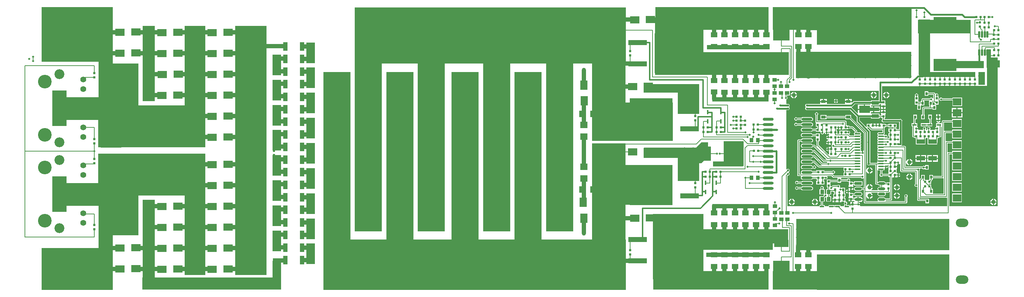
<source format=gtl>
G04*
G04 #@! TF.GenerationSoftware,Altium Limited,Altium Designer,18.1.7 (191)*
G04*
G04 Layer_Physical_Order=1*
G04 Layer_Color=255*
%FSLAX44Y44*%
%MOMM*%
G71*
G01*
G75*
%ADD10C,0.2000*%
%ADD17C,0.3000*%
%ADD19R,1.2000X1.5000*%
%ADD20R,0.6000X0.6000*%
%ADD21R,0.6000X0.6000*%
%ADD22R,0.9300X0.9800*%
%ADD23R,1.1000X2.0000*%
%ADD24R,0.5500X0.8000*%
%ADD25R,1.0000X0.4500*%
%ADD26R,5.4000X2.9000*%
%ADD27R,2.2000X1.8000*%
G04:AMPARAMS|DCode=28|XSize=1.47mm|YSize=0.48mm|CornerRadius=0.06mm|HoleSize=0mm|Usage=FLASHONLY|Rotation=90.000|XOffset=0mm|YOffset=0mm|HoleType=Round|Shape=RoundedRectangle|*
%AMROUNDEDRECTD28*
21,1,1.4700,0.3600,0,0,90.0*
21,1,1.3500,0.4800,0,0,90.0*
1,1,0.1200,0.1800,0.6750*
1,1,0.1200,0.1800,-0.6750*
1,1,0.1200,-0.1800,-0.6750*
1,1,0.1200,-0.1800,0.6750*
%
%ADD28ROUNDEDRECTD28*%
%ADD29R,1.7000X0.9000*%
%ADD30R,2.5000X0.9000*%
%ADD31R,2.6000X1.7000*%
%ADD32R,1.5000X1.2000*%
%ADD33R,1.5000X1.5000*%
%ADD34R,2.5000X4.6000*%
%ADD35R,0.4500X1.0000*%
%ADD36R,1.8000X2.2000*%
%ADD37R,2.0000X1.1000*%
%ADD38R,2.9000X5.4000*%
%ADD39R,4.5000X1.2500*%
%ADD40R,10.1600X9.5000*%
%ADD41R,3.4000X1.8000*%
%ADD42R,0.9800X0.9300*%
%ADD43R,1.8000X1.6000*%
%ADD44R,1.8000X3.4000*%
%ADD45R,1.1000X0.7000*%
%ADD46O,1.4000X0.3500*%
%ADD47O,2.6000X0.6604*%
%ADD48O,2.6000X0.7000*%
%ADD49R,1.7000X0.6500*%
%ADD50O,1.7000X0.6500*%
%ADD91C,0.4000*%
%ADD92C,0.5000*%
%ADD93C,1.0000*%
%ADD94C,1.5000*%
%ADD95R,9.5000X19.0000*%
%ADD96R,17.0000X10.0000*%
%ADD97R,17.0000X13.0000*%
%ADD98R,1.6000X3.1000*%
%ADD99R,2.6000X0.8000*%
%ADD100R,13.6000X1.3000*%
%ADD101R,2.6000X7.6000*%
%ADD102R,12.0000X1.7000*%
%ADD103R,2.0000X6.5000*%
%ADD104R,33.0000X3.0000*%
%ADD105R,3.0000X2.0000*%
%ADD106R,3.0000X1.0000*%
%ADD107R,1.5000X1.0000*%
%ADD108R,2.0000X5.0000*%
%ADD109R,2.0000X5.0000*%
%ADD110R,2.0000X5.0000*%
%ADD111R,2.0000X5.0000*%
%ADD112R,2.0000X5.0000*%
%ADD113R,2.0000X5.0000*%
%ADD114R,6.0000X1.0000*%
%ADD115R,12.6000X3.3000*%
%ADD116R,2.8000X13.2000*%
%ADD117R,11.8000X1.8000*%
%ADD118R,1.0000X4.4000*%
%ADD119R,13.5000X1.2000*%
%ADD120R,27.5000X6.3000*%
%ADD121R,3.5000X6.5000*%
%ADD122R,22.5000X5.0000*%
%ADD123R,7.5000X2.5000*%
%ADD124R,1.0000X2.0000*%
%ADD125R,33.0000X5.5000*%
%ADD126R,4.0000X5.0000*%
%ADD127R,2.0000X1.0000*%
%ADD128R,7.5000X59.5000*%
%ADD129R,36.5000X7.5000*%
%ADD130R,3.5000X6.5000*%
%ADD131R,31.5000X8.5000*%
%ADD132R,9.0000X4.5000*%
%ADD133R,4.0000X5.0000*%
%ADD134R,9.0000X4.5000*%
%ADD135R,1.0000X2.5000*%
%ADD136R,7.1000X1.2000*%
%ADD137R,13.3000X1.9000*%
%ADD138R,14.9000X1.0000*%
%ADD139R,27.5000X4.5000*%
%ADD140R,3.5000X21.0000*%
%ADD141R,3.5000X19.7000*%
%ADD142R,27.0000X5.5000*%
%ADD143R,4.7000X6.0000*%
%ADD144R,5.7000X3.5000*%
%ADD145R,5.8000X4.0000*%
%ADD146R,29.8000X5.5000*%
%ADD147R,6.5000X43.5000*%
%ADD148R,6.5000X43.5000*%
%ADD149R,1.0000X4.0000*%
%ADD150R,1.0000X7.0000*%
%ADD151R,6.5000X43.0000*%
%ADD152R,6.5000X43.5000*%
%ADD153R,3.5000X8.5000*%
%ADD154R,14.5000X5.5000*%
%ADD155R,9.5000X19.5000*%
%ADD156R,22.5000X10.0000*%
%ADD157R,3.0000X18.0000*%
%ADD158R,5.0000X12.0000*%
%ADD159R,13.5000X1.0000*%
%ADD160R,14.9000X1.0000*%
%ADD161R,13.2000X2.0000*%
%ADD162R,5.2000X7.0000*%
%ADD163R,12.7000X2.0000*%
%ADD164R,5.2000X7.5000*%
%ADD165R,12.0000X15.6000*%
%ADD166R,8.0000X30.0000*%
%ADD167R,19.5000X5.5000*%
%ADD168R,5.0000X29.0000*%
%ADD169R,5.0000X29.0000*%
%ADD170R,13.5000X1.1000*%
%ADD171R,26.0000X5.0000*%
%ADD172R,8.0000X27.5000*%
%ADD173R,19.2000X9.2000*%
%ADD174R,11.6000X13.7000*%
%ADD175R,16.7000X9.5000*%
%ADD176R,72.0000X12.0000*%
%ADD177R,64.5000X13.5000*%
%ADD178R,7.0000X7.0000*%
%ADD179R,2.0000X1.8000*%
%ADD180O,3.0000X2.0000*%
%ADD181R,4.0000X4.0000*%
%ADD182R,1.3980X1.3980*%
%ADD183C,1.3980*%
%ADD184C,3.2500*%
%ADD185C,2.3550*%
%ADD186C,1.0000*%
%ADD187C,0.4800*%
G36*
X2252431Y695000D02*
Y672000D01*
X2234000D01*
Y670569D01*
X2194000D01*
X2192634Y670297D01*
X2191477Y669523D01*
X2188713Y666760D01*
X2187540Y667246D01*
Y668230D01*
X2179500D01*
X2171460D01*
Y663569D01*
X2128540D01*
Y668230D01*
X2120500D01*
Y669500D01*
D01*
Y668230D01*
X2112460D01*
Y663569D01*
X2082679D01*
X2082522Y663674D01*
X2081000Y663976D01*
X2079478Y663674D01*
X2078188Y662812D01*
X2077326Y661522D01*
X2077024Y660000D01*
X2077326Y658478D01*
X2078119Y657293D01*
X2078268Y656889D01*
Y656111D01*
X2078119Y655707D01*
X2077326Y654522D01*
X2077024Y653000D01*
X2077326Y651478D01*
X2078188Y650188D01*
X2079478Y649326D01*
X2081000Y649024D01*
X2082522Y649326D01*
X2082679Y649431D01*
X2183522D01*
X2199431Y633522D01*
Y623000D01*
X2199703Y621634D01*
X2200477Y620477D01*
X2224431Y596522D01*
Y573679D01*
X2224326Y573522D01*
X2224023Y572000D01*
X2224326Y570478D01*
X2224431Y570321D01*
Y522679D01*
X2224326Y522522D01*
X2224023Y521000D01*
X2224326Y519478D01*
X2225188Y518188D01*
X2226478Y517326D01*
X2228000Y517024D01*
X2229522Y517326D01*
X2230812Y518188D01*
X2230986Y518449D01*
X2243451D01*
Y474000D01*
X2243645Y473025D01*
X2244198Y472198D01*
X2245025Y471645D01*
X2246000Y471451D01*
X2249740D01*
X2250325Y470575D01*
X2251897Y469526D01*
X2253750Y469157D01*
X2256451D01*
Y466143D01*
X2253750D01*
X2251897Y465774D01*
X2250325Y464725D01*
X2249276Y463153D01*
X2248907Y461300D01*
X2249276Y459447D01*
X2249695Y458819D01*
X2249016Y457549D01*
X2234762D01*
X2234330Y458819D01*
X2235378Y459622D01*
X2236586Y461198D01*
X2237346Y463032D01*
X2237438Y463730D01*
X2230000D01*
Y465000D01*
X2228730D01*
Y472438D01*
X2228032Y472346D01*
X2226198Y471586D01*
X2224622Y470378D01*
X2223414Y468802D01*
X2222819Y467366D01*
X2221549Y467619D01*
Y502381D01*
X2222819Y502634D01*
X2223414Y501198D01*
X2224622Y499622D01*
X2226198Y498414D01*
X2228032Y497654D01*
X2228730Y497562D01*
Y505000D01*
Y512438D01*
X2228032Y512346D01*
X2226198Y511586D01*
X2224622Y510378D01*
X2223414Y508802D01*
X2222819Y507366D01*
X2221549Y507619D01*
Y595000D01*
X2221355Y595975D01*
X2220802Y596802D01*
X2186500Y631105D01*
Y637500D01*
X2179246D01*
X2179000Y637549D01*
X2178754Y637500D01*
X2172500D01*
Y635049D01*
X2127500D01*
Y637500D01*
X2113500D01*
Y627500D01*
X2127500D01*
Y629951D01*
X2172500D01*
Y627500D01*
X2182895D01*
X2216451Y593944D01*
Y552715D01*
X2215270Y551866D01*
Y547000D01*
X2212730D01*
Y551784D01*
X2212072Y551653D01*
X2211091Y550998D01*
X2209608Y551431D01*
X2209371Y552039D01*
X2209685Y552510D01*
X2209938Y553778D01*
X2209685Y555047D01*
X2208967Y556121D01*
X2208753Y556265D01*
Y557792D01*
X2208967Y557935D01*
X2209685Y559010D01*
X2209938Y560278D01*
X2209685Y561547D01*
X2208967Y562621D01*
X2208753Y562765D01*
Y564292D01*
X2208967Y564435D01*
X2209685Y565510D01*
X2209938Y566778D01*
X2209685Y568046D01*
X2208967Y569122D01*
X2208753Y569265D01*
Y570792D01*
X2208967Y570935D01*
X2209685Y572010D01*
X2209938Y573278D01*
X2209685Y574547D01*
X2208967Y575621D01*
X2208753Y575765D01*
Y577292D01*
X2208967Y577435D01*
X2209685Y578510D01*
X2209938Y579778D01*
X2209685Y581046D01*
X2208967Y582122D01*
X2208753Y582265D01*
Y583792D01*
X2208967Y583935D01*
X2209685Y585010D01*
X2209938Y586278D01*
X2209685Y587547D01*
X2208967Y588621D01*
X2208753Y588765D01*
Y590292D01*
X2208967Y590435D01*
X2209685Y591510D01*
X2209938Y592778D01*
X2209685Y594047D01*
X2208967Y595121D01*
X2207892Y595840D01*
X2206624Y596092D01*
X2200549D01*
Y599000D01*
X2200355Y599976D01*
X2199802Y600802D01*
X2190802Y609802D01*
X2189975Y610355D01*
X2189000Y610549D01*
X2182987D01*
X2182812Y610812D01*
X2181521Y611674D01*
X2180000Y611976D01*
X2178850Y611748D01*
X2177580Y612485D01*
Y612500D01*
X2175549D01*
Y621000D01*
X2175355Y621975D01*
X2174802Y622802D01*
X2173975Y623355D01*
X2173000Y623549D01*
X2106549D01*
Y637013D01*
X2106812Y637188D01*
X2107674Y638478D01*
X2107976Y640000D01*
X2107674Y641522D01*
X2106812Y642812D01*
X2105522Y643674D01*
X2104000Y643976D01*
X2102478Y643674D01*
X2101188Y642812D01*
X2100326Y641522D01*
X2100024Y640000D01*
X2100326Y638478D01*
X2101188Y637188D01*
X2101451Y637013D01*
Y621000D01*
X2101645Y620025D01*
X2101946Y619574D01*
X2102420Y618500D01*
Y609500D01*
X2105371D01*
Y606500D01*
X2102420D01*
Y604549D01*
X2094870D01*
X2094160Y605612D01*
X2092572Y606673D01*
X2090698Y607046D01*
X2071302D01*
X2069428Y606673D01*
X2067840Y605612D01*
X2066779Y604024D01*
X2066406Y602150D01*
X2066779Y600276D01*
X2067840Y598688D01*
X2069428Y597627D01*
X2071302Y597254D01*
X2090698D01*
X2092572Y597627D01*
X2094160Y598688D01*
X2094670Y599451D01*
X2102420D01*
Y597500D01*
X2111420D01*
Y597500D01*
X2112580D01*
X2113729Y597209D01*
X2114268Y596230D01*
X2114024Y595000D01*
X2114326Y593478D01*
X2115188Y592188D01*
X2116478Y591326D01*
X2118000Y591024D01*
X2119522Y591326D01*
X2120812Y592188D01*
X2121674Y593478D01*
X2121922Y594726D01*
X2123217D01*
X2123347Y594072D01*
X2124438Y592439D01*
X2126073Y591347D01*
X2126730Y591216D01*
Y596000D01*
X2129270D01*
Y591216D01*
X2129928Y591347D01*
X2131561Y592439D01*
X2132110Y593259D01*
X2133380Y592874D01*
Y590777D01*
X2133318Y589826D01*
X2133270Y589788D01*
Y584000D01*
X2132000D01*
Y582730D01*
X2127216D01*
X2127346Y582072D01*
X2128438Y580438D01*
X2130072Y579347D01*
X2132000Y578963D01*
X2132038Y578971D01*
X2132641Y578490D01*
X2132661Y577534D01*
X2132059Y577025D01*
X2132000Y577037D01*
X2130072Y576653D01*
X2128438Y575561D01*
X2127346Y573927D01*
X2127216Y573270D01*
X2132000D01*
Y572000D01*
X2133270D01*
Y566550D01*
X2133380Y566460D01*
Y566460D01*
X2137650D01*
Y572000D01*
X2140190D01*
Y565314D01*
X2140260Y565190D01*
X2140024Y564000D01*
X2140260Y562810D01*
X2140190Y562686D01*
Y556000D01*
X2137650D01*
Y561540D01*
X2133380D01*
Y561540D01*
X2133270Y561450D01*
Y556000D01*
Y550275D01*
X2133380Y550185D01*
Y549540D01*
X2133380D01*
Y543884D01*
X2132207Y543398D01*
X2109549Y566056D01*
Y574420D01*
X2111500D01*
Y583310D01*
X2111500Y583420D01*
Y584580D01*
X2111500Y584690D01*
Y593580D01*
X2102500D01*
Y591549D01*
X2095071D01*
X2094160Y592912D01*
X2092572Y593973D01*
X2090698Y594346D01*
X2071302D01*
X2069428Y593973D01*
X2067840Y592912D01*
X2066779Y591324D01*
X2066406Y589450D01*
X2066779Y587576D01*
X2067840Y585988D01*
X2069428Y584927D01*
X2071302Y584554D01*
X2090698D01*
X2092572Y584927D01*
X2094160Y585988D01*
X2094469Y586451D01*
X2102500D01*
Y584690D01*
X2102500Y584580D01*
Y583420D01*
X2102500Y583310D01*
Y574420D01*
X2104451D01*
Y565000D01*
X2104645Y564025D01*
X2105198Y563198D01*
X2104296Y562309D01*
X2100802Y565802D01*
X2099975Y566355D01*
X2099000Y566549D01*
X2094804D01*
X2094160Y567512D01*
X2092572Y568573D01*
X2090698Y568946D01*
X2071302D01*
X2069428Y568573D01*
X2067840Y567512D01*
X2066779Y565924D01*
X2066406Y564050D01*
X2066779Y562176D01*
X2067840Y560588D01*
X2069428Y559527D01*
X2071302Y559154D01*
X2090698D01*
X2092572Y559527D01*
X2094160Y560588D01*
X2094737Y561451D01*
X2097944D01*
X2127576Y531819D01*
X2127050Y530549D01*
X2123056D01*
X2100802Y552802D01*
X2099975Y553355D01*
X2099000Y553549D01*
X2095004D01*
X2094160Y554812D01*
X2092572Y555873D01*
X2090698Y556246D01*
X2071302D01*
X2069428Y555873D01*
X2067840Y554812D01*
X2066779Y553224D01*
X2066406Y551350D01*
X2066779Y549476D01*
X2067840Y547888D01*
X2069428Y546827D01*
X2071302Y546454D01*
X2090698D01*
X2092572Y546827D01*
X2094160Y547888D01*
X2094536Y548451D01*
X2097944D01*
X2120198Y526198D01*
X2121024Y525645D01*
X2122000Y525451D01*
X2128778D01*
X2129294Y524181D01*
X2128743Y523547D01*
X2118058D01*
X2100802Y540802D01*
X2099975Y541355D01*
X2099000Y541549D01*
X2094536D01*
X2094160Y542112D01*
X2092572Y543173D01*
X2090698Y543546D01*
X2071302D01*
X2069428Y543173D01*
X2067840Y542112D01*
X2066779Y540524D01*
X2066406Y538650D01*
X2066779Y536776D01*
X2067840Y535188D01*
X2069428Y534127D01*
X2071302Y533754D01*
X2090698D01*
X2092572Y534127D01*
X2094160Y535188D01*
X2095004Y536451D01*
X2097944D01*
X2115200Y519196D01*
X2115763Y518819D01*
X2115513Y517549D01*
X2111056D01*
X2100802Y527802D01*
X2099975Y528355D01*
X2099000Y528549D01*
X2094737D01*
X2094160Y529412D01*
X2092572Y530473D01*
X2090698Y530846D01*
X2071302D01*
X2069428Y530473D01*
X2067840Y529412D01*
X2066779Y527824D01*
X2066406Y525950D01*
X2066779Y524076D01*
X2067840Y522488D01*
X2069428Y521427D01*
X2071302Y521054D01*
X2090698D01*
X2092572Y521427D01*
X2094160Y522488D01*
X2094803Y523451D01*
X2097944D01*
X2108198Y513198D01*
X2109025Y512645D01*
X2110000Y512451D01*
X2168420D01*
Y503500D01*
X2170371D01*
Y500500D01*
X2168420D01*
Y492549D01*
X2146056D01*
X2142802Y495802D01*
X2142452Y496037D01*
X2142947Y497233D01*
X2144000Y497024D01*
X2145522Y497326D01*
X2146812Y498188D01*
X2147674Y499478D01*
X2147976Y501000D01*
X2147674Y502522D01*
X2146812Y503812D01*
X2145522Y504674D01*
X2144000Y504976D01*
X2142478Y504674D01*
X2141188Y503812D01*
X2141013Y503549D01*
X2122580D01*
Y505500D01*
X2113580D01*
Y505500D01*
X2112420D01*
Y505500D01*
X2103420D01*
Y503549D01*
X2094469D01*
X2094160Y504012D01*
X2092572Y505073D01*
X2090698Y505446D01*
X2071302D01*
X2069428Y505073D01*
X2067840Y504012D01*
X2066779Y502424D01*
X2066406Y500550D01*
X2066779Y498676D01*
X2067352Y497819D01*
X2066673Y496549D01*
X2063549D01*
Y574201D01*
X2067230D01*
X2067840Y573288D01*
X2069428Y572227D01*
X2071302Y571854D01*
X2090698D01*
X2092572Y572227D01*
X2094160Y573288D01*
X2095221Y574876D01*
X2095594Y576750D01*
X2095221Y578624D01*
X2094160Y580212D01*
X2092572Y581273D01*
X2090698Y581646D01*
X2071302D01*
X2069428Y581273D01*
X2067840Y580212D01*
X2067230Y579299D01*
X2061000D01*
X2060025Y579105D01*
X2059198Y578552D01*
X2058645Y577725D01*
X2058451Y576750D01*
Y494000D01*
X2058645Y493025D01*
X2059198Y492198D01*
X2060025Y491645D01*
X2061000Y491451D01*
X2066405D01*
X2067084Y490181D01*
X2066779Y489724D01*
X2066406Y487850D01*
X2066779Y485976D01*
X2067840Y484388D01*
X2069428Y483327D01*
X2071302Y482954D01*
X2090698D01*
X2092572Y483327D01*
X2094160Y484388D01*
X2094870Y485451D01*
X2103420D01*
Y483500D01*
X2105371D01*
Y480500D01*
X2103420D01*
Y471500D01*
X2112420D01*
Y471500D01*
X2113580D01*
Y471500D01*
X2122580D01*
Y480500D01*
X2120629D01*
Y483500D01*
X2122580D01*
Y484067D01*
X2123850Y484746D01*
X2124478Y484326D01*
X2126000Y484024D01*
X2127522Y484326D01*
X2127546Y484342D01*
X2128500Y483453D01*
Y474690D01*
X2128500Y474580D01*
Y473420D01*
X2128500Y473310D01*
Y464420D01*
X2130451D01*
Y460400D01*
X2126550D01*
Y449963D01*
X2125280Y448921D01*
X2125000Y448976D01*
X2124720Y448921D01*
X2123450Y449963D01*
Y460400D01*
X2120744D01*
X2120134Y461670D01*
X2120674Y462478D01*
X2120976Y464000D01*
X2120674Y465522D01*
X2119812Y466812D01*
X2118522Y467674D01*
X2117000Y467976D01*
X2115478Y467674D01*
X2114188Y466812D01*
X2113326Y465522D01*
X2113024Y464000D01*
X2113326Y462478D01*
X2113866Y461670D01*
X2113256Y460400D01*
X2111150D01*
Y447600D01*
X2120733D01*
X2121288Y446330D01*
X2121024Y445000D01*
X2121085Y444690D01*
X2119795Y443400D01*
X2111150D01*
Y430600D01*
X2114451D01*
Y422750D01*
X2110500D01*
Y420000D01*
X2034549Y420000D01*
Y491944D01*
X2035690Y493085D01*
X2036000Y493024D01*
X2037522Y493326D01*
X2038812Y494188D01*
X2039674Y495478D01*
X2039976Y497000D01*
X2039674Y498522D01*
X2038812Y499812D01*
X2038149Y500255D01*
Y501745D01*
X2038812Y502188D01*
X2039674Y503478D01*
X2039976Y505000D01*
X2039674Y506522D01*
X2038812Y507812D01*
X2037522Y508674D01*
X2036000Y508976D01*
X2034478Y508674D01*
X2033270Y507866D01*
X2032838Y507961D01*
X2032000Y508320D01*
X2032000Y649431D01*
X2034321D01*
X2034478Y649326D01*
X2036000Y649024D01*
X2037522Y649326D01*
X2038812Y650188D01*
X2039674Y651478D01*
X2039976Y653000D01*
X2039674Y654522D01*
X2038881Y655707D01*
X2038732Y656111D01*
Y656889D01*
X2038881Y657293D01*
X2039674Y658478D01*
X2039976Y660000D01*
X2039674Y661522D01*
X2038812Y662812D01*
X2037522Y663674D01*
X2036000Y663976D01*
X2034478Y663674D01*
X2034321Y663569D01*
X2032000D01*
Y674222D01*
X2032522Y674326D01*
X2033812Y675188D01*
X2034674Y676478D01*
X2034976Y678000D01*
X2034674Y679522D01*
X2033812Y680812D01*
X2033549Y680987D01*
Y684150D01*
X2040400D01*
Y695000D01*
X2252431Y695000D01*
D02*
G37*
G36*
X2361098Y695000D02*
X2361750Y694000D01*
X2361750Y693730D01*
Y683000D01*
X2370250D01*
Y685951D01*
X2381451D01*
Y677644D01*
X2380181Y677259D01*
X2379812Y677812D01*
X2378522Y678674D01*
X2377000Y678976D01*
X2375478Y678674D01*
X2374188Y677812D01*
X2374013Y677549D01*
X2356500D01*
X2355525Y677355D01*
X2354698Y676802D01*
X2354145Y675975D01*
X2353951Y675000D01*
Y671000D01*
X2352250D01*
Y668549D01*
X2346500D01*
Y671310D01*
X2346500Y671420D01*
Y672580D01*
X2346500Y672690D01*
Y681580D01*
X2345933D01*
X2345254Y682850D01*
X2345674Y683478D01*
X2345977Y685000D01*
X2345674Y686522D01*
X2344812Y687812D01*
X2343522Y688674D01*
X2342000Y688976D01*
X2340478Y688674D01*
X2339188Y687812D01*
X2338326Y686522D01*
X2338024Y685000D01*
X2338326Y683478D01*
X2338746Y682850D01*
X2338067Y681580D01*
X2337500D01*
Y672690D01*
X2337500Y672580D01*
Y671420D01*
X2337500Y671310D01*
Y662420D01*
X2345451D01*
Y661000D01*
X2343750D01*
Y650000D01*
X2352250D01*
Y660000D01*
X2360750D01*
Y671000D01*
X2359049D01*
Y672451D01*
X2372873D01*
X2373040Y672363D01*
X2373097Y672270D01*
X2372382Y671000D01*
X2371250D01*
Y660000D01*
X2372451D01*
Y656549D01*
X2358000D01*
X2357025Y656355D01*
X2356198Y655803D01*
X2355645Y654976D01*
X2355451Y654000D01*
Y638000D01*
X2353250D01*
Y627000D01*
X2361750D01*
Y638000D01*
X2360549D01*
Y651451D01*
X2379750D01*
Y650000D01*
X2388250D01*
Y661000D01*
X2379750Y661000D01*
X2379750Y662270D01*
Y670620D01*
X2379750Y671000D01*
X2379779Y671553D01*
X2380181Y671884D01*
X2381451Y671284D01*
Y669000D01*
X2381645Y668025D01*
X2382198Y667198D01*
X2383025Y666645D01*
X2384000Y666451D01*
X2384000Y666451D01*
X2385500D01*
Y662420D01*
X2394500D01*
Y671310D01*
X2394500Y671420D01*
X2394500D01*
Y672580D01*
X2394500D01*
Y681580D01*
X2393933D01*
X2393254Y682850D01*
X2393674Y683478D01*
X2393976Y685000D01*
X2393674Y686522D01*
X2392812Y687812D01*
X2391522Y688674D01*
X2390000Y688976D01*
X2388478Y688674D01*
X2387819Y688233D01*
X2387348Y688332D01*
X2386477Y688860D01*
X2386355Y689475D01*
X2385802Y690302D01*
X2384975Y690855D01*
X2384000Y691049D01*
X2370250D01*
Y693730D01*
X2370902Y695000D01*
X2517897Y695000D01*
X2518459Y693861D01*
X2518414Y693802D01*
X2517654Y691968D01*
X2517562Y691270D01*
X2532438D01*
X2532346Y691968D01*
X2531586Y693802D01*
X2531541Y693861D01*
X2532103Y695000D01*
X2535000D01*
X2535000Y420000D01*
X2419549Y420000D01*
Y543451D01*
X2426900D01*
Y530600D01*
X2449900D01*
Y551600D01*
X2426900D01*
Y548549D01*
X2417000D01*
X2416819Y548513D01*
X2415549Y549448D01*
Y569451D01*
X2426900D01*
Y556000D01*
X2449900D01*
Y577000D01*
X2426900D01*
Y574549D01*
X2413000D01*
X2412819Y574513D01*
X2411549Y575448D01*
Y594451D01*
X2426900D01*
Y581400D01*
X2449900D01*
Y602400D01*
X2426900D01*
Y599549D01*
X2409000D01*
X2408819Y599513D01*
X2407549Y600448D01*
Y619451D01*
X2426900D01*
Y606800D01*
X2449900D01*
Y627800D01*
X2426900D01*
Y624549D01*
X2405000D01*
X2404025Y624355D01*
X2403198Y623802D01*
X2402645Y622975D01*
X2402451Y622000D01*
Y618520D01*
X2401500Y617750D01*
X2401181Y617750D01*
X2394411D01*
X2394285Y619020D01*
X2394903Y619143D01*
X2395927Y619347D01*
X2397561Y620438D01*
X2398653Y622072D01*
X2398784Y622730D01*
X2389216D01*
X2389347Y622072D01*
X2390439Y620438D01*
X2392072Y619347D01*
X2393097Y619143D01*
X2393715Y619020D01*
X2393589Y617750D01*
X2388500D01*
Y610250D01*
X2388500Y610250D01*
X2388500D01*
X2388185Y609061D01*
X2387439Y608562D01*
X2386347Y606927D01*
X2386216Y606270D01*
X2391000D01*
Y603730D01*
X2386093D01*
X2385460Y602620D01*
X2385460D01*
X2385098Y601500D01*
X2376690D01*
X2376580Y601500D01*
X2375420D01*
X2375310Y601500D01*
X2374879D01*
X2374200Y602770D01*
X2374674Y603478D01*
X2374977Y605000D01*
X2374674Y606522D01*
X2373812Y607812D01*
X2372522Y608674D01*
X2371000Y608976D01*
X2369478Y608674D01*
X2368188Y607812D01*
X2367326Y606522D01*
X2367024Y605000D01*
X2367326Y603478D01*
X2367800Y602770D01*
X2367121Y601500D01*
X2365660Y601500D01*
X2364879Y601500D01*
X2364200Y602770D01*
X2364674Y603478D01*
X2364976Y605000D01*
X2364674Y606522D01*
X2363812Y607812D01*
X2362522Y608674D01*
X2361000Y608976D01*
X2359478Y608674D01*
X2358188Y607812D01*
X2357326Y606522D01*
X2357024Y605000D01*
X2357326Y603478D01*
X2357800Y602770D01*
X2357121Y601500D01*
X2356770D01*
X2356660Y601500D01*
X2355500D01*
X2355390Y601500D01*
X2346902D01*
X2346540Y602620D01*
X2346540D01*
X2345907Y603730D01*
X2341000D01*
Y606270D01*
X2345784D01*
X2345653Y606927D01*
X2344562Y608562D01*
X2343769Y609091D01*
X2343500Y610250D01*
X2343500Y610250D01*
Y617750D01*
X2339549D01*
Y627000D01*
X2342750D01*
Y638000D01*
X2334250D01*
Y627000D01*
X2334451D01*
Y617750D01*
X2330500D01*
Y614246D01*
X2330451Y614000D01*
X2330500Y613754D01*
Y610250D01*
X2331451D01*
Y586920D01*
X2331645Y585945D01*
X2332198Y585118D01*
X2333025Y584565D01*
X2334000Y584371D01*
X2336500D01*
Y582420D01*
X2340451D01*
Y571000D01*
X2340500Y570754D01*
Y567000D01*
X2363500D01*
Y571754D01*
X2363549Y572000D01*
Y581602D01*
X2364447Y582500D01*
X2365150D01*
X2366420Y582500D01*
X2366850Y582500D01*
X2368451D01*
Y578000D01*
X2368500Y577754D01*
Y567000D01*
X2391500D01*
Y571754D01*
X2391549Y572000D01*
Y582420D01*
X2395500D01*
Y584371D01*
X2398000D01*
X2398976Y584565D01*
X2399802Y585118D01*
X2400355Y585945D01*
X2400549Y586920D01*
Y609352D01*
X2400844Y609647D01*
X2401320Y609815D01*
X2402451Y608982D01*
Y491749D01*
X2380550D01*
Y494700D01*
X2372050D01*
Y483700D01*
X2372050D01*
X2371881Y482500D01*
X2367580D01*
X2367580Y482500D01*
X2366420D01*
Y482500D01*
X2366310Y482500D01*
X2361719D01*
X2361550Y483700D01*
X2361550D01*
Y494700D01*
X2353050D01*
Y487655D01*
X2349819Y484424D01*
X2348549Y484950D01*
Y504013D01*
X2348812Y504188D01*
X2349674Y505478D01*
X2349977Y507000D01*
X2349702Y508381D01*
X2349797Y508773D01*
X2350266Y509651D01*
X2355879D01*
X2356188Y509188D01*
X2357478Y508326D01*
X2359000Y508024D01*
X2360522Y508326D01*
X2361280Y508833D01*
X2362550Y508181D01*
Y506700D01*
X2371050D01*
Y517700D01*
X2362550D01*
Y515819D01*
X2361280Y515167D01*
X2360522Y515674D01*
X2359000Y515976D01*
X2357478Y515674D01*
X2356188Y514812D01*
X2356146Y514749D01*
X2316549D01*
Y522381D01*
X2317819Y522634D01*
X2318414Y521198D01*
X2319622Y519622D01*
X2321198Y518414D01*
X2323032Y517654D01*
X2323730Y517562D01*
Y525000D01*
Y532438D01*
X2323032Y532346D01*
X2321198Y531586D01*
X2319622Y530378D01*
X2318414Y528802D01*
X2317819Y527366D01*
X2316549Y527619D01*
Y561000D01*
X2316355Y561975D01*
X2315802Y562802D01*
X2314975Y563355D01*
X2314000Y563549D01*
X2305750D01*
X2305560Y564119D01*
X2305539Y564819D01*
X2306523Y565477D01*
X2307297Y566634D01*
X2307569Y568000D01*
Y601000D01*
Y622321D01*
X2307674Y622478D01*
X2307976Y624000D01*
X2307674Y625522D01*
X2306812Y626812D01*
X2305522Y627674D01*
X2304000Y627976D01*
X2302478Y627674D01*
X2302321Y627569D01*
X2265549D01*
Y629000D01*
X2266680Y629420D01*
X2267500D01*
X2267500Y637985D01*
X2268540Y638540D01*
X2268540Y638975D01*
X2268540D01*
Y642810D01*
X2257460D01*
Y638975D01*
X2257460Y638975D01*
X2257460Y638540D01*
X2257812Y638352D01*
X2257989Y636856D01*
X2257602Y636469D01*
X2254000D01*
Y641000D01*
X2234095D01*
X2234095Y641000D01*
X2234095Y641000D01*
X2233545Y642069D01*
X2233540Y642079D01*
Y643960D01*
X2238730D01*
Y651000D01*
Y658040D01*
X2234318D01*
X2233982Y658738D01*
X2234695Y660000D01*
X2254000D01*
Y663225D01*
X2254006Y663239D01*
X2255270Y664169D01*
X2256000Y664024D01*
X2256461Y664115D01*
X2257460Y663019D01*
Y659190D01*
X2263000D01*
X2268540D01*
Y663025D01*
X2268540Y663025D01*
X2268540Y663460D01*
X2267500Y664015D01*
X2267500Y664730D01*
Y672580D01*
X2259568D01*
Y695000D01*
X2361098Y695000D01*
D02*
G37*
G36*
X2232833Y663310D02*
X2232150Y662040D01*
X2219270D01*
Y651000D01*
X2218000D01*
Y649730D01*
X2202460D01*
Y642246D01*
X2201287Y641760D01*
X2187759Y655287D01*
X2187888Y656217D01*
X2188118Y656654D01*
X2188366Y656703D01*
X2189523Y657477D01*
X2195478Y663431D01*
X2232753D01*
X2232833Y663310D01*
D02*
G37*
G36*
X2275420Y607500D02*
X2284420D01*
Y607500D01*
X2285580D01*
Y607500D01*
X2287451D01*
Y605500D01*
X2285580D01*
Y605500D01*
X2284420D01*
Y605500D01*
X2275420D01*
Y596500D01*
X2277371D01*
Y594500D01*
X2275420D01*
Y585500D01*
X2277371D01*
Y583500D01*
X2275420D01*
Y582549D01*
X2272912D01*
X2272233Y583819D01*
X2272674Y584478D01*
X2272976Y586000D01*
X2272674Y587522D01*
X2271812Y588812D01*
X2270522Y589674D01*
X2269000Y589976D01*
X2267478Y589674D01*
X2266188Y588812D01*
X2266023Y588798D01*
X2265510Y589271D01*
X2264967Y590435D01*
X2265685Y591510D01*
X2265938Y592778D01*
X2265685Y594047D01*
X2265549Y594251D01*
Y604000D01*
X2265549Y604000D01*
X2265549Y604000D01*
Y607498D01*
X2268580D01*
Y609451D01*
X2275420D01*
Y607500D01*
D02*
G37*
G36*
X2234000Y629000D02*
X2254000D01*
Y631371D01*
X2258500D01*
Y629420D01*
X2260451D01*
Y629000D01*
X2260451Y629000D01*
Y626987D01*
X2260188Y626812D01*
X2259326Y625522D01*
X2259024Y624000D01*
X2259326Y622478D01*
X2260188Y621188D01*
X2261478Y620326D01*
X2263000Y620024D01*
X2264522Y620326D01*
X2264679Y620431D01*
X2300431D01*
Y603549D01*
X2294580D01*
Y605500D01*
X2292629D01*
Y607500D01*
X2294580D01*
Y616500D01*
X2290246D01*
X2290000Y616549D01*
X2289754Y616500D01*
X2285580D01*
Y616500D01*
X2284420D01*
Y616500D01*
X2275420D01*
Y614549D01*
X2268580D01*
Y616498D01*
X2259580D01*
X2259460Y617538D01*
X2255190D01*
Y611998D01*
X2252650D01*
Y617538D01*
X2248380D01*
Y617538D01*
X2247270Y616907D01*
Y612000D01*
X2244730D01*
Y616907D01*
X2243620Y617540D01*
Y617540D01*
X2239350D01*
Y612000D01*
X2236810D01*
Y617540D01*
X2232540D01*
X2232420Y616500D01*
X2223420D01*
Y609286D01*
X2222247Y608800D01*
X2206569Y624478D01*
Y631431D01*
X2234000D01*
Y629000D01*
D02*
G37*
G36*
X2157270Y602550D02*
X2157380Y602460D01*
Y602460D01*
X2161650D01*
Y608000D01*
X2164190D01*
Y602460D01*
X2168460D01*
X2168580Y603500D01*
X2177580D01*
Y603515D01*
X2178850Y604252D01*
X2180000Y604024D01*
X2181521Y604326D01*
X2182812Y605188D01*
X2182987Y605451D01*
X2187944D01*
X2195451Y597944D01*
Y595958D01*
X2194856Y595840D01*
X2193781Y595121D01*
X2193063Y594047D01*
X2192810Y592778D01*
X2193063Y591510D01*
X2193781Y590435D01*
X2193476Y589199D01*
X2192815Y588549D01*
X2184056D01*
X2181565Y591040D01*
X2181553Y591393D01*
X2181853Y592548D01*
X2182812Y593188D01*
X2183674Y594478D01*
X2183976Y596000D01*
X2183674Y597522D01*
X2182812Y598812D01*
X2181522Y599674D01*
X2180000Y599976D01*
X2178850Y599748D01*
X2177580Y600485D01*
Y600500D01*
X2168690D01*
X2168580Y600500D01*
Y600500D01*
X2167420D01*
Y600500D01*
X2158420D01*
Y592549D01*
X2153580D01*
Y600500D01*
X2151549D01*
Y603500D01*
X2153580D01*
X2153580Y603500D01*
X2153997Y603397D01*
X2154072Y603347D01*
X2154730Y603216D01*
Y608000D01*
X2157270D01*
Y602550D01*
D02*
G37*
G36*
X2233198Y602198D02*
X2234025Y601645D01*
X2235000Y601451D01*
X2260451D01*
Y596092D01*
X2252124D01*
X2250856Y595840D01*
X2249781Y595121D01*
X2249063Y594047D01*
X2248810Y592778D01*
X2249063Y591510D01*
X2249781Y590435D01*
X2249995Y590292D01*
Y588765D01*
X2249781Y588621D01*
X2249063Y587547D01*
X2248810Y586278D01*
X2249063Y585010D01*
X2249781Y583935D01*
X2249995Y583792D01*
Y582265D01*
X2249781Y582122D01*
X2249063Y581046D01*
X2248810Y579778D01*
X2249063Y578510D01*
X2249781Y577435D01*
X2249995Y577292D01*
Y575765D01*
X2249781Y575621D01*
X2249063Y574547D01*
X2248810Y573278D01*
X2249063Y572010D01*
X2249781Y570935D01*
Y570372D01*
X2249031Y569871D01*
X2248083Y568452D01*
X2248003Y568048D01*
X2257374D01*
Y565508D01*
X2248003D01*
X2248083Y565105D01*
X2249031Y563685D01*
X2249781Y563185D01*
Y562621D01*
X2249063Y561547D01*
X2248810Y560278D01*
X2249063Y559010D01*
X2249781Y557935D01*
X2249995Y557792D01*
Y556265D01*
X2249781Y556121D01*
X2249063Y555047D01*
X2248810Y553778D01*
X2249063Y552510D01*
X2249781Y551435D01*
Y550872D01*
X2249031Y550371D01*
X2248083Y548952D01*
X2248003Y548548D01*
X2257374D01*
Y546008D01*
X2248003D01*
X2248083Y545605D01*
X2249031Y544185D01*
X2249781Y543685D01*
Y543121D01*
X2249063Y542047D01*
X2248810Y540778D01*
X2249063Y539510D01*
X2249781Y538435D01*
X2249995Y538292D01*
Y536765D01*
X2249781Y536622D01*
X2249063Y535546D01*
X2248810Y534278D01*
X2249063Y533010D01*
X2249781Y531935D01*
Y531372D01*
X2249031Y530871D01*
X2248083Y529452D01*
X2248003Y529048D01*
X2257374D01*
Y526508D01*
X2248003D01*
X2248083Y526105D01*
X2248943Y524817D01*
X2248793Y524219D01*
X2248449Y523547D01*
X2231568D01*
Y570321D01*
X2231674Y570478D01*
X2231976Y572000D01*
X2231674Y573522D01*
X2231568Y573679D01*
Y598000D01*
X2231297Y599366D01*
X2230523Y600523D01*
X2224720Y606327D01*
X2225206Y607500D01*
X2227895D01*
X2233198Y602198D01*
D02*
G37*
G36*
X1846000Y538000D02*
X1830000Y522000D01*
X1811000D01*
Y553000D01*
X1830000Y572000D01*
X1846000D01*
Y538000D01*
D02*
G37*
G36*
X2275420Y518500D02*
Y509500D01*
X2275420D01*
X2275420Y508500D01*
X2275420D01*
Y499500D01*
X2275420Y499500D01*
X2275420Y498500D01*
X2275420D01*
X2275420Y498230D01*
Y496549D01*
X2260987D01*
X2260812Y496812D01*
X2260549Y496987D01*
Y504965D01*
X2262624D01*
X2263892Y505217D01*
X2264967Y505935D01*
X2265685Y507010D01*
X2265938Y508278D01*
X2265685Y509547D01*
X2265445Y509907D01*
X2266360Y510823D01*
X2267072Y510347D01*
X2267730Y510216D01*
Y515000D01*
X2269000D01*
Y516270D01*
X2273784D01*
X2273653Y516927D01*
X2273298Y517459D01*
X2273977Y518730D01*
X2274245D01*
X2275420Y518500D01*
D02*
G37*
G36*
X2299270Y519216D02*
X2299927Y519347D01*
X2301561Y520438D01*
X2302181Y521366D01*
X2303451Y520980D01*
Y504000D01*
X2303645Y503025D01*
X2304198Y502198D01*
X2305025Y501645D01*
X2306000Y501451D01*
X2338451D01*
Y472987D01*
X2338188Y472812D01*
X2337326Y471522D01*
X2337024Y470000D01*
X2337326Y468478D01*
X2338188Y467188D01*
X2339478Y466326D01*
X2341000Y466024D01*
X2342181Y466259D01*
X2343451Y465536D01*
Y435000D01*
X2343645Y434025D01*
X2344198Y433198D01*
X2345025Y432645D01*
X2346000Y432451D01*
X2362750D01*
Y427000D01*
X2371250D01*
Y438000D01*
X2362750D01*
Y437549D01*
X2348549D01*
Y440104D01*
X2349819Y440782D01*
X2350025Y440645D01*
X2351000Y440451D01*
X2413000D01*
X2413181Y440487D01*
X2414451Y439552D01*
Y420000D01*
X2207796Y420000D01*
X2207117Y421270D01*
X2207653Y422072D01*
X2207784Y422730D01*
X2203000D01*
Y425270D01*
X2207784D01*
X2207653Y425927D01*
X2206561Y427561D01*
X2204927Y428653D01*
X2204559Y428727D01*
X2204684Y429996D01*
X2208250D01*
X2210509Y430446D01*
X2212424Y431726D01*
X2213704Y433641D01*
X2213901Y434630D01*
X2203000D01*
Y435900D01*
X2201730D01*
Y441803D01*
X2197750D01*
X2195491Y441354D01*
X2193576Y440074D01*
X2192810Y438928D01*
X2191540Y439314D01*
Y442025D01*
X2191540Y442025D01*
X2191540Y442460D01*
X2190500Y443015D01*
X2190500Y444553D01*
X2191398Y445451D01*
X2194141D01*
X2194326Y445175D01*
X2195897Y444126D01*
X2197750Y443757D01*
X2208250D01*
X2210103Y444126D01*
X2211674Y445175D01*
X2212724Y446747D01*
X2213093Y448600D01*
X2212724Y450453D01*
X2211674Y452024D01*
X2210103Y453074D01*
X2208250Y453443D01*
X2197750D01*
X2195897Y453074D01*
X2194326Y452024D01*
X2193340Y450549D01*
X2190500D01*
Y451580D01*
X2184003D01*
X2183404Y452700D01*
X2183653Y453073D01*
X2183784Y453730D01*
X2180270D01*
Y450180D01*
X2181500Y449318D01*
X2181500Y443015D01*
X2180460Y442460D01*
X2180460Y442025D01*
X2180460D01*
Y438190D01*
X2186000D01*
Y436920D01*
X2187270D01*
Y431380D01*
X2191540D01*
Y432486D01*
X2192810Y432872D01*
X2193576Y431726D01*
X2194826Y430890D01*
X2194441Y429620D01*
X2191270D01*
Y424080D01*
X2190000D01*
Y422810D01*
X2184460D01*
Y420000D01*
X2182500D01*
Y422750D01*
X2175549D01*
Y424013D01*
X2175812Y424188D01*
X2176674Y425478D01*
X2176976Y427000D01*
X2176674Y428522D01*
X2175812Y429812D01*
X2174522Y430674D01*
X2173000Y430976D01*
X2172580Y431321D01*
Y439500D01*
X2170629D01*
Y441500D01*
X2172580D01*
Y450500D01*
X2170629D01*
Y453000D01*
X2171750D01*
Y464000D01*
X2163250D01*
X2163250Y464000D01*
X2161980Y463781D01*
X2161000Y463976D01*
X2160074Y463792D01*
X2159311Y464935D01*
X2159674Y465478D01*
X2159976Y467000D01*
X2159674Y468522D01*
X2158812Y469812D01*
X2157522Y470674D01*
X2156000Y470976D01*
X2154478Y470674D01*
X2153188Y469812D01*
X2153013Y469549D01*
X2143000D01*
X2142024Y469355D01*
X2141197Y468802D01*
X2139310Y466915D01*
X2139000Y466976D01*
X2138482Y466873D01*
X2137500Y467679D01*
Y473310D01*
X2137500Y473420D01*
Y474580D01*
X2137500Y474690D01*
Y477451D01*
X2153750D01*
Y476000D01*
X2162250D01*
Y478951D01*
X2177543D01*
X2178478Y478326D01*
X2180000Y478024D01*
X2180518Y478127D01*
X2181500Y477321D01*
X2181500Y470095D01*
X2180460Y469540D01*
X2180460Y469105D01*
X2180460D01*
Y465270D01*
X2186000D01*
X2191540D01*
Y469105D01*
X2191540Y469105D01*
X2191540Y469540D01*
X2191188Y469728D01*
X2191011Y471224D01*
X2191398Y471611D01*
X2193000D01*
Y469250D01*
X2213000D01*
Y478750D01*
X2193000D01*
Y476709D01*
X2190500D01*
Y478660D01*
X2183986D01*
X2183307Y479930D01*
X2183674Y480478D01*
X2183976Y482000D01*
X2183674Y483522D01*
X2182812Y484812D01*
X2181522Y485674D01*
X2180000Y485976D01*
X2178478Y485674D01*
X2177188Y484812D01*
X2176679Y484049D01*
X2163148D01*
X2162250Y484947D01*
X2162250Y487000D01*
X2163333Y487451D01*
X2210013D01*
X2210188Y487188D01*
X2211478Y486326D01*
X2213000Y486024D01*
X2214522Y486326D01*
X2215181Y486767D01*
X2216451Y486088D01*
Y463849D01*
X2212260D01*
X2211674Y464725D01*
X2210103Y465774D01*
X2208250Y466143D01*
X2197750D01*
X2195897Y465774D01*
X2194326Y464725D01*
X2193276Y463153D01*
X2192907Y461300D01*
X2193276Y459447D01*
X2194326Y457875D01*
X2195897Y456826D01*
X2197750Y456457D01*
X2208250D01*
X2210103Y456826D01*
X2211674Y457875D01*
X2212260Y458751D01*
X2216451D01*
Y455000D01*
Y429000D01*
X2216645Y428025D01*
X2217198Y427198D01*
X2218025Y426645D01*
X2219000Y426451D01*
X2317000D01*
X2317975Y426645D01*
X2318802Y427198D01*
X2319355Y428025D01*
X2319549Y429000D01*
Y441013D01*
X2319812Y441188D01*
X2320674Y442478D01*
X2320976Y444000D01*
X2320674Y445522D01*
X2319812Y446812D01*
X2318522Y447674D01*
X2317000Y447976D01*
X2315478Y447674D01*
X2314188Y446812D01*
X2313326Y445522D01*
X2313024Y444000D01*
X2313326Y442478D01*
X2314188Y441188D01*
X2314451Y441013D01*
Y431549D01*
X2269331D01*
X2268658Y432819D01*
X2269020Y433351D01*
X2281000D01*
X2281975Y433545D01*
X2282802Y434098D01*
X2283355Y434925D01*
X2283549Y435900D01*
Y487786D01*
X2284540Y488460D01*
X2288810D01*
Y494000D01*
X2291350D01*
Y488460D01*
X2295620D01*
Y488460D01*
X2296730Y489093D01*
Y494000D01*
Y498907D01*
X2295620Y499540D01*
Y499540D01*
X2294580Y500096D01*
Y508460D01*
X2295620D01*
Y512730D01*
X2290080D01*
Y515270D01*
X2295620D01*
Y518238D01*
X2296062Y518712D01*
X2296730Y519093D01*
Y524000D01*
X2299270D01*
Y519216D01*
D02*
G37*
G36*
X2143198Y488198D02*
X2144025Y487645D01*
X2145000Y487451D01*
X2152667D01*
X2153750Y487000D01*
X2153750Y486181D01*
Y482549D01*
X2137500D01*
Y483580D01*
X2128691D01*
X2127988Y484638D01*
X2128812Y485188D01*
X2129674Y486478D01*
X2129976Y488000D01*
X2129674Y489522D01*
X2129233Y490181D01*
X2129912Y491451D01*
X2139944D01*
X2143198Y488198D01*
D02*
G37*
G36*
X2250856Y505217D02*
X2252124Y504965D01*
X2255451D01*
Y496987D01*
X2255188Y496812D01*
X2254326Y495522D01*
X2254023Y494000D01*
X2254326Y492478D01*
X2255188Y491188D01*
X2256478Y490326D01*
X2258000Y490024D01*
X2259522Y490326D01*
X2260812Y491188D01*
X2260987Y491451D01*
X2275420D01*
Y489500D01*
X2278451D01*
Y476580D01*
X2270500D01*
Y475629D01*
X2268769D01*
X2268724Y475853D01*
X2267675Y477425D01*
X2266103Y478474D01*
X2264250Y478843D01*
X2253750D01*
X2251897Y478474D01*
X2250325Y477425D01*
X2248752Y477317D01*
X2248549Y477506D01*
Y505493D01*
X2249586Y505865D01*
X2249819Y505910D01*
X2250856Y505217D01*
D02*
G37*
G36*
X2406451Y485752D02*
Y449549D01*
X2381833D01*
X2380750Y450000D01*
Y461000D01*
X2378549D01*
Y463080D01*
X2378355Y464055D01*
X2377802Y464882D01*
X2376580Y466105D01*
Y471500D01*
X2371191D01*
X2370456Y472391D01*
X2370930Y473500D01*
X2376580D01*
Y478975D01*
X2378102Y480497D01*
X2378655Y481324D01*
X2378849Y482300D01*
Y483700D01*
X2380550D01*
Y486651D01*
X2405000D01*
X2405181Y486687D01*
X2406451Y485752D01*
D02*
G37*
G36*
X2278451Y453521D02*
Y438449D01*
X2268260D01*
X2267675Y439324D01*
X2266103Y440374D01*
X2264250Y440743D01*
X2253750D01*
X2251897Y440374D01*
X2250325Y439324D01*
X2249276Y437753D01*
X2248907Y435900D01*
X2249276Y434047D01*
X2250096Y432819D01*
X2249600Y431549D01*
X2221549D01*
Y442381D01*
X2222819Y442634D01*
X2223414Y441198D01*
X2224622Y439622D01*
X2226198Y438414D01*
X2228032Y437654D01*
X2228730Y437562D01*
Y445000D01*
X2230000D01*
Y446270D01*
X2237438D01*
X2237346Y446968D01*
X2236586Y448802D01*
X2235378Y450378D01*
X2234330Y451181D01*
X2234762Y452451D01*
X2249083D01*
X2249762Y451181D01*
X2249276Y450453D01*
X2248907Y448600D01*
X2249276Y446747D01*
X2250325Y445175D01*
X2251897Y444126D01*
X2253750Y443757D01*
X2264250D01*
X2266103Y444126D01*
X2267675Y445175D01*
X2268724Y446747D01*
X2269093Y448600D01*
X2268724Y450453D01*
X2268238Y451181D01*
X2268917Y452451D01*
X2275000D01*
X2275975Y452645D01*
X2276802Y453198D01*
X2277181Y453764D01*
X2278451Y453521D01*
D02*
G37*
G36*
X2144250Y453000D02*
X2146451D01*
Y449580D01*
X2143500D01*
Y440580D01*
X2142460Y440460D01*
Y436190D01*
X2148000D01*
Y434920D01*
X2149270D01*
Y429380D01*
X2153540D01*
Y429460D01*
X2156650D01*
Y435000D01*
X2159190D01*
Y429460D01*
X2163460D01*
X2163580Y430500D01*
X2169121D01*
X2169799Y429230D01*
X2169326Y428522D01*
X2169024Y427000D01*
X2169326Y425478D01*
X2170188Y424188D01*
X2170451Y424013D01*
Y422750D01*
X2169500D01*
Y420000D01*
X2160500D01*
Y422750D01*
X2147500D01*
Y421549D01*
X2145500D01*
Y422750D01*
X2132500D01*
Y420000D01*
X2123500D01*
Y422750D01*
X2119549D01*
Y430600D01*
X2123450D01*
Y439845D01*
X2124690Y441085D01*
X2125000Y441024D01*
X2125280Y441079D01*
X2126550Y440037D01*
Y430600D01*
X2138850D01*
Y443400D01*
X2135549D01*
Y447600D01*
X2138850D01*
Y454451D01*
X2144250D01*
Y453000D01*
D02*
G37*
%LPC*%
G36*
X2241270Y692438D02*
Y686270D01*
X2247438D01*
X2247346Y686968D01*
X2246586Y688802D01*
X2245378Y690378D01*
X2243802Y691586D01*
X2241968Y692346D01*
X2241270Y692438D01*
D02*
G37*
G36*
X2238730D02*
X2238032Y692346D01*
X2236198Y691586D01*
X2234622Y690378D01*
X2233414Y688802D01*
X2232654Y686968D01*
X2232562Y686270D01*
X2238730D01*
Y692438D01*
D02*
G37*
G36*
X2051270D02*
Y686270D01*
X2057438D01*
X2057346Y686968D01*
X2056586Y688802D01*
X2055378Y690378D01*
X2053802Y691586D01*
X2051968Y692346D01*
X2051270Y692438D01*
D02*
G37*
G36*
X2048730D02*
X2048032Y692346D01*
X2046198Y691586D01*
X2044622Y690378D01*
X2043414Y688802D01*
X2042654Y686968D01*
X2042562Y686270D01*
X2048730D01*
Y692438D01*
D02*
G37*
G36*
X2247438Y683730D02*
X2241270D01*
Y677562D01*
X2241968Y677654D01*
X2243802Y678414D01*
X2245378Y679622D01*
X2246586Y681198D01*
X2247346Y683032D01*
X2247438Y683730D01*
D02*
G37*
G36*
X2238730D02*
X2232562D01*
X2232654Y683032D01*
X2233414Y681198D01*
X2234622Y679622D01*
X2236198Y678414D01*
X2238032Y677654D01*
X2238730Y677562D01*
Y683730D01*
D02*
G37*
G36*
X2057438D02*
X2051270D01*
Y677562D01*
X2051968Y677654D01*
X2053802Y678414D01*
X2055378Y679622D01*
X2056586Y681198D01*
X2057346Y683032D01*
X2057438Y683730D01*
D02*
G37*
G36*
X2048730D02*
X2042562D01*
X2042654Y683032D01*
X2043414Y681198D01*
X2044622Y679622D01*
X2046198Y678414D01*
X2048032Y677654D01*
X2048730Y677562D01*
Y683730D01*
D02*
G37*
G36*
X2151270Y675784D02*
Y672270D01*
X2154784D01*
X2154653Y672927D01*
X2153562Y674561D01*
X2151927Y675653D01*
X2151270Y675784D01*
D02*
G37*
G36*
X2148730D02*
X2148073Y675653D01*
X2146438Y674561D01*
X2145347Y672927D01*
X2145216Y672270D01*
X2148730D01*
Y675784D01*
D02*
G37*
G36*
X2128540Y675540D02*
X2121770D01*
Y670770D01*
X2128540D01*
Y675540D01*
D02*
G37*
G36*
X2187540D02*
X2180770D01*
Y670770D01*
X2187540D01*
Y675540D01*
D02*
G37*
G36*
X2178230D02*
X2171460D01*
Y670770D01*
X2178230D01*
Y675540D01*
D02*
G37*
G36*
X2119230D02*
X2112460D01*
Y670770D01*
X2119230D01*
Y675540D01*
D02*
G37*
G36*
X2154784Y669730D02*
X2151270D01*
Y666216D01*
X2151927Y666347D01*
X2153562Y667439D01*
X2154653Y669072D01*
X2154784Y669730D01*
D02*
G37*
G36*
X2148730D02*
X2145216D01*
X2145347Y669072D01*
X2146438Y667439D01*
X2148073Y666347D01*
X2148730Y666216D01*
Y669730D01*
D02*
G37*
G36*
X2090698Y632446D02*
X2071302D01*
X2069428Y632073D01*
X2067840Y631012D01*
X2067531Y630549D01*
X2057987D01*
X2057812Y630812D01*
X2056522Y631674D01*
X2055000Y631976D01*
X2053478Y631674D01*
X2052188Y630812D01*
X2051326Y629522D01*
X2051024Y628000D01*
X2051326Y626478D01*
X2052188Y625188D01*
X2053478Y624326D01*
X2055000Y624024D01*
X2056522Y624326D01*
X2057812Y625188D01*
X2057987Y625451D01*
X2066929D01*
X2067840Y624088D01*
X2069428Y623027D01*
X2071302Y622654D01*
X2090698D01*
X2092572Y623027D01*
X2094160Y624088D01*
X2095221Y625676D01*
X2095594Y627550D01*
X2095221Y629424D01*
X2094160Y631012D01*
X2092572Y632073D01*
X2090698Y632446D01*
D02*
G37*
G36*
Y619746D02*
X2071302D01*
X2069428Y619373D01*
X2067840Y618312D01*
X2067330Y617549D01*
X2057987D01*
X2057812Y617812D01*
X2056522Y618674D01*
X2055000Y618976D01*
X2053478Y618674D01*
X2052188Y617812D01*
X2051326Y616522D01*
X2051024Y615000D01*
X2051326Y613478D01*
X2052188Y612188D01*
X2053478Y611326D01*
X2055000Y611024D01*
X2056522Y611326D01*
X2057812Y612188D01*
X2057987Y612451D01*
X2067130D01*
X2067840Y611388D01*
X2069428Y610327D01*
X2071302Y609954D01*
X2090698D01*
X2092572Y610327D01*
X2094160Y611388D01*
X2095221Y612976D01*
X2095594Y614850D01*
X2095221Y616724D01*
X2094160Y618312D01*
X2092572Y619373D01*
X2090698Y619746D01*
D02*
G37*
G36*
X2130730Y588784D02*
X2130072Y588653D01*
X2128438Y587561D01*
X2127346Y585928D01*
X2127216Y585270D01*
X2130730D01*
Y588784D01*
D02*
G37*
G36*
X2130730Y570730D02*
X2127216D01*
X2127346Y570073D01*
X2128438Y568438D01*
X2130072Y567347D01*
X2130730Y567216D01*
Y570730D01*
D02*
G37*
G36*
Y560784D02*
X2130072Y560653D01*
X2128438Y559562D01*
X2127346Y557928D01*
X2127216Y557270D01*
X2130730D01*
Y560784D01*
D02*
G37*
G36*
Y554730D02*
X2127216D01*
X2127346Y554072D01*
X2128438Y552439D01*
X2130072Y551347D01*
X2130730Y551216D01*
Y554730D01*
D02*
G37*
G36*
X2090698Y518146D02*
X2071302D01*
X2069428Y517773D01*
X2067840Y516712D01*
X2066779Y515124D01*
X2066406Y513250D01*
X2066779Y511376D01*
X2067840Y509788D01*
X2069428Y508727D01*
X2071302Y508354D01*
X2090698D01*
X2092572Y508727D01*
X2094160Y509788D01*
X2094603Y510451D01*
X2096013D01*
X2096188Y510188D01*
X2097478Y509326D01*
X2099000Y509024D01*
X2100522Y509326D01*
X2101812Y510188D01*
X2102674Y511478D01*
X2102976Y513000D01*
X2102674Y514522D01*
X2101812Y515812D01*
X2100522Y516674D01*
X2099000Y516976D01*
X2097478Y516674D01*
X2096188Y515812D01*
X2096106Y515688D01*
X2094844D01*
X2094160Y516712D01*
X2092572Y517773D01*
X2090698Y518146D01*
D02*
G37*
G36*
X2231270Y512438D02*
Y506270D01*
X2237438D01*
X2237346Y506968D01*
X2236586Y508802D01*
X2235378Y510378D01*
X2233802Y511586D01*
X2231968Y512346D01*
X2231270Y512438D01*
D02*
G37*
G36*
X2237438Y503730D02*
X2231270D01*
Y497562D01*
X2231968Y497654D01*
X2233802Y498414D01*
X2235378Y499622D01*
X2236586Y501198D01*
X2237346Y503032D01*
X2237438Y503730D01*
D02*
G37*
G36*
X2090698Y480046D02*
X2071302D01*
X2069428Y479673D01*
X2067840Y478612D01*
X2067798Y478549D01*
X2059987D01*
X2059812Y478812D01*
X2058522Y479674D01*
X2057000Y479976D01*
X2055478Y479674D01*
X2054188Y478812D01*
X2053326Y477522D01*
X2053024Y476000D01*
X2053326Y474478D01*
X2054188Y473188D01*
X2055478Y472326D01*
X2057000Y472024D01*
X2058522Y472326D01*
X2059812Y473188D01*
X2059987Y473451D01*
X2066744D01*
X2066779Y473276D01*
X2067840Y471688D01*
X2069428Y470627D01*
X2071302Y470254D01*
X2090698D01*
X2092572Y470627D01*
X2094160Y471688D01*
X2095221Y473276D01*
X2095594Y475150D01*
X2095221Y477024D01*
X2094160Y478612D01*
X2092572Y479673D01*
X2090698Y480046D01*
D02*
G37*
G36*
X2231270Y472438D02*
Y466270D01*
X2237438D01*
X2237346Y466968D01*
X2236586Y468802D01*
X2235378Y470378D01*
X2233802Y471586D01*
X2231968Y472346D01*
X2231270Y472438D01*
D02*
G37*
G36*
X2090698Y467346D02*
X2071302D01*
X2069428Y466973D01*
X2067840Y465912D01*
X2067597Y465549D01*
X2059987D01*
X2059812Y465812D01*
X2058522Y466674D01*
X2057000Y466976D01*
X2055478Y466674D01*
X2054188Y465812D01*
X2053326Y464522D01*
X2053024Y463000D01*
X2053326Y461478D01*
X2054188Y460188D01*
X2055478Y459326D01*
X2057000Y459024D01*
X2058522Y459326D01*
X2059812Y460188D01*
X2059987Y460451D01*
X2066862D01*
X2067840Y458988D01*
X2069428Y457927D01*
X2071302Y457554D01*
X2090698D01*
X2092572Y457927D01*
X2094160Y458988D01*
X2095221Y460576D01*
X2095594Y462450D01*
X2095221Y464324D01*
X2094160Y465912D01*
X2092572Y466973D01*
X2090698Y467346D01*
D02*
G37*
G36*
X2101270Y437438D02*
Y431270D01*
X2107438D01*
X2107346Y431968D01*
X2106586Y433802D01*
X2105378Y435378D01*
X2103802Y436586D01*
X2101968Y437346D01*
X2101270Y437438D01*
D02*
G37*
G36*
X2098730D02*
X2098032Y437346D01*
X2096198Y436586D01*
X2094622Y435378D01*
X2093414Y433802D01*
X2092654Y431968D01*
X2092562Y431270D01*
X2098730D01*
Y437438D01*
D02*
G37*
G36*
X2046270D02*
Y431270D01*
X2052438D01*
X2052346Y431968D01*
X2051586Y433802D01*
X2050378Y435378D01*
X2048802Y436586D01*
X2046968Y437346D01*
X2046270Y437438D01*
D02*
G37*
G36*
X2043730D02*
X2043032Y437346D01*
X2041198Y436586D01*
X2039622Y435378D01*
X2038414Y433802D01*
X2037654Y431968D01*
X2037562Y431270D01*
X2043730D01*
Y437438D01*
D02*
G37*
G36*
X2107438Y428730D02*
X2101270D01*
Y422562D01*
X2101968Y422654D01*
X2103802Y423414D01*
X2105378Y424622D01*
X2106586Y426198D01*
X2107346Y428032D01*
X2107438Y428730D01*
D02*
G37*
G36*
X2098730D02*
X2092562D01*
X2092654Y428032D01*
X2093414Y426198D01*
X2094622Y424622D01*
X2096198Y423414D01*
X2098032Y422654D01*
X2098730Y422562D01*
Y428730D01*
D02*
G37*
G36*
X2052438D02*
X2046270D01*
Y422562D01*
X2046968Y422654D01*
X2048802Y423414D01*
X2050378Y424622D01*
X2051586Y426198D01*
X2052346Y428032D01*
X2052438Y428730D01*
D02*
G37*
G36*
X2043730D02*
X2037562D01*
X2037654Y428032D01*
X2038414Y426198D01*
X2039622Y424622D01*
X2041198Y423414D01*
X2043032Y422654D01*
X2043730Y422562D01*
Y428730D01*
D02*
G37*
G36*
X2271270Y692438D02*
Y686270D01*
X2277438D01*
X2277346Y686968D01*
X2276586Y688802D01*
X2275378Y690378D01*
X2273802Y691586D01*
X2271968Y692346D01*
X2271270Y692438D01*
D02*
G37*
G36*
X2268730D02*
X2268032Y692346D01*
X2266198Y691586D01*
X2264622Y690378D01*
X2263414Y688802D01*
X2262654Y686968D01*
X2262562Y686270D01*
X2268730D01*
Y692438D01*
D02*
G37*
G36*
X2532438Y688730D02*
X2526270D01*
Y682562D01*
X2526968Y682654D01*
X2528802Y683414D01*
X2530378Y684622D01*
X2531586Y686198D01*
X2532346Y688032D01*
X2532438Y688730D01*
D02*
G37*
G36*
X2523730D02*
X2517562D01*
X2517654Y688032D01*
X2518414Y686198D01*
X2519622Y684622D01*
X2521198Y683414D01*
X2523032Y682654D01*
X2523730Y682562D01*
Y688730D01*
D02*
G37*
G36*
X2277438Y683730D02*
X2271270D01*
Y677562D01*
X2271968Y677654D01*
X2273802Y678414D01*
X2275378Y679622D01*
X2276586Y681198D01*
X2277346Y683032D01*
X2277438Y683730D01*
D02*
G37*
G36*
X2268730D02*
X2262562D01*
X2262654Y683032D01*
X2263414Y681198D01*
X2264622Y679622D01*
X2266198Y678414D01*
X2268032Y677654D01*
X2268730Y677562D01*
Y683730D01*
D02*
G37*
G36*
X2450300Y679300D02*
X2427300D01*
Y677549D01*
X2402987D01*
X2402812Y677812D01*
X2401522Y678674D01*
X2400000Y678976D01*
X2398478Y678674D01*
X2397188Y677812D01*
X2396326Y676522D01*
X2396024Y675000D01*
X2396326Y673478D01*
X2397188Y672188D01*
X2398478Y671326D01*
X2400000Y671024D01*
X2401522Y671326D01*
X2402812Y672188D01*
X2402987Y672451D01*
X2427300D01*
Y658300D01*
X2450300D01*
Y679300D01*
D02*
G37*
G36*
X2268540Y656650D02*
X2263000D01*
X2257460D01*
Y652380D01*
X2257460D01*
X2257550Y652270D01*
X2268450D01*
X2268540Y652380D01*
X2268540D01*
Y656650D01*
D02*
G37*
G36*
X2255040Y658040D02*
X2241270D01*
Y652270D01*
X2255040D01*
Y658040D01*
D02*
G37*
G36*
X2268450Y649730D02*
X2257550D01*
X2257460Y649620D01*
X2257460D01*
Y645350D01*
X2268540D01*
Y649620D01*
X2268540D01*
X2268450Y649730D01*
D02*
G37*
G36*
X2450940Y654240D02*
X2439670D01*
Y643970D01*
X2450940D01*
Y654240D01*
D02*
G37*
G36*
X2437130D02*
X2425860D01*
Y643970D01*
X2437130D01*
Y654240D01*
D02*
G37*
G36*
X2255040Y649730D02*
X2241270D01*
Y643960D01*
X2255040D01*
Y649730D01*
D02*
G37*
G36*
X2398790Y639040D02*
X2394770D01*
Y633770D01*
X2398790D01*
Y639040D01*
D02*
G37*
G36*
X2392230D02*
X2388210D01*
Y633770D01*
X2392230D01*
Y639040D01*
D02*
G37*
G36*
X2450940Y641430D02*
X2439670D01*
Y631160D01*
X2450940D01*
Y641430D01*
D02*
G37*
G36*
X2437130D02*
X2425860D01*
Y631160D01*
X2437130D01*
Y641430D01*
D02*
G37*
G36*
X2398790Y631230D02*
X2388210D01*
Y625960D01*
X2388210D01*
X2388694Y625270D01*
X2398847D01*
X2398790Y625960D01*
X2398790Y625960D01*
X2398790Y625960D01*
Y631230D01*
D02*
G37*
G36*
X2378750Y638000D02*
X2370250D01*
Y627000D01*
X2372451D01*
Y617750D01*
X2366500D01*
Y617750D01*
X2365500D01*
Y617750D01*
X2352500D01*
Y614246D01*
X2352451Y614000D01*
X2352500Y613754D01*
Y610250D01*
X2365500D01*
Y610250D01*
X2366500D01*
Y610250D01*
X2379500D01*
Y617750D01*
X2377549D01*
Y627000D01*
X2378750D01*
Y638000D01*
D02*
G37*
G36*
X2392540Y542040D02*
X2381270D01*
Y535270D01*
X2392540D01*
Y542040D01*
D02*
G37*
G36*
X2350730D02*
X2339460D01*
Y535270D01*
X2350730D01*
Y542040D01*
D02*
G37*
G36*
X2326270Y532438D02*
Y526270D01*
X2332438D01*
X2332346Y526968D01*
X2331586Y528802D01*
X2330378Y530378D01*
X2328802Y531586D01*
X2326968Y532346D01*
X2326270Y532438D01*
D02*
G37*
G36*
X2392540Y532730D02*
X2381270D01*
Y525960D01*
X2392540D01*
Y532730D01*
D02*
G37*
G36*
X2378730Y542040D02*
X2367460D01*
Y539747D01*
X2367270Y539591D01*
Y534000D01*
Y528409D01*
X2367460Y528253D01*
Y525960D01*
X2378730D01*
Y534000D01*
Y542040D01*
D02*
G37*
G36*
X2364540D02*
X2353270D01*
Y534000D01*
Y525960D01*
X2364540D01*
Y528253D01*
X2364730Y528409D01*
Y534000D01*
Y539591D01*
X2364540Y539747D01*
Y542040D01*
D02*
G37*
G36*
X2350730Y532730D02*
X2339460D01*
Y525960D01*
X2350730D01*
Y532730D01*
D02*
G37*
G36*
X2332438Y523730D02*
X2326270D01*
Y517562D01*
X2326968Y517654D01*
X2328802Y518414D01*
X2330378Y519622D01*
X2331586Y521198D01*
X2332346Y523032D01*
X2332438Y523730D01*
D02*
G37*
G36*
X2449900Y526200D02*
X2426900D01*
Y505200D01*
X2449900D01*
Y526200D01*
D02*
G37*
G36*
Y500800D02*
X2426900D01*
Y479800D01*
X2449900D01*
Y500800D01*
D02*
G37*
G36*
Y475400D02*
X2426900D01*
Y454400D01*
X2449900D01*
Y475400D01*
D02*
G37*
G36*
X2526270Y437438D02*
Y431270D01*
X2532438D01*
X2532346Y431968D01*
X2531586Y433802D01*
X2530378Y435378D01*
X2528802Y436586D01*
X2526968Y437346D01*
X2526270Y437438D01*
D02*
G37*
G36*
X2523730D02*
X2523032Y437346D01*
X2521198Y436586D01*
X2519622Y435378D01*
X2518414Y433802D01*
X2517654Y431968D01*
X2517562Y431270D01*
X2523730D01*
Y437438D01*
D02*
G37*
G36*
X2449900Y450000D02*
X2426900D01*
Y429000D01*
X2449900D01*
Y450000D01*
D02*
G37*
G36*
X2532438Y428730D02*
X2526270D01*
Y422562D01*
X2526968Y422654D01*
X2528802Y423414D01*
X2530378Y424622D01*
X2531586Y426198D01*
X2532346Y428032D01*
X2532438Y428730D01*
D02*
G37*
G36*
X2523730D02*
X2517562D01*
X2517654Y428032D01*
X2518414Y426198D01*
X2519622Y424622D01*
X2521198Y423414D01*
X2523032Y422654D01*
X2523730Y422562D01*
Y428730D01*
D02*
G37*
G36*
X2216730Y662040D02*
X2202460D01*
Y652270D01*
X2216730D01*
Y662040D01*
D02*
G37*
G36*
X2273784Y513730D02*
X2270270D01*
Y510216D01*
X2270927Y510347D01*
X2272561Y511438D01*
X2273653Y513073D01*
X2273784Y513730D01*
D02*
G37*
G36*
X2299270Y498784D02*
Y495270D01*
X2302784D01*
X2302653Y495928D01*
X2301561Y497561D01*
X2299927Y498653D01*
X2299270Y498784D01*
D02*
G37*
G36*
X2326270Y497438D02*
Y491270D01*
X2332438D01*
X2332346Y491968D01*
X2331586Y493802D01*
X2330378Y495378D01*
X2328802Y496586D01*
X2326968Y497346D01*
X2326270Y497438D01*
D02*
G37*
G36*
X2323730D02*
X2323032Y497346D01*
X2321198Y496586D01*
X2319622Y495378D01*
X2318414Y493802D01*
X2317654Y491968D01*
X2317562Y491270D01*
X2323730D01*
Y497438D01*
D02*
G37*
G36*
X2302784Y492730D02*
X2299270D01*
Y489216D01*
X2299927Y489347D01*
X2301561Y490438D01*
X2302653Y492072D01*
X2302784Y492730D01*
D02*
G37*
G36*
X2332438Y488730D02*
X2326270D01*
Y482562D01*
X2326968Y482654D01*
X2328802Y483414D01*
X2330378Y484622D01*
X2331586Y486198D01*
X2332346Y488032D01*
X2332438Y488730D01*
D02*
G37*
G36*
X2323730D02*
X2317562D01*
X2317654Y488032D01*
X2318414Y486198D01*
X2319622Y484622D01*
X2321198Y483414D01*
X2323032Y482654D01*
X2323730Y482562D01*
Y488730D01*
D02*
G37*
G36*
X2296270Y472438D02*
Y466270D01*
X2302438D01*
X2302346Y466968D01*
X2301586Y468802D01*
X2300378Y470378D01*
X2298802Y471586D01*
X2296968Y472346D01*
X2296270Y472438D01*
D02*
G37*
G36*
X2293730D02*
X2293032Y472346D01*
X2291198Y471586D01*
X2289622Y470378D01*
X2288414Y468802D01*
X2287654Y466968D01*
X2287562Y466270D01*
X2293730D01*
Y472438D01*
D02*
G37*
G36*
X2191540Y462730D02*
X2187270D01*
Y458460D01*
X2191540D01*
Y462730D01*
D02*
G37*
G36*
X2302438Y463730D02*
X2296270D01*
Y457562D01*
X2296968Y457654D01*
X2298802Y458414D01*
X2300378Y459622D01*
X2301586Y461198D01*
X2302346Y463032D01*
X2302438Y463730D01*
D02*
G37*
G36*
X2293730D02*
X2287562D01*
X2287654Y463032D01*
X2288414Y461198D01*
X2289622Y459622D01*
X2291198Y458414D01*
X2293032Y457654D01*
X2293730Y457562D01*
Y463730D01*
D02*
G37*
G36*
X2184730Y462730D02*
X2180460D01*
Y460747D01*
X2180270Y460591D01*
Y456270D01*
X2183784D01*
X2183653Y456927D01*
X2183378Y457340D01*
X2183976Y458460D01*
X2184730D01*
Y462730D01*
D02*
G37*
G36*
X2177730Y459784D02*
X2177072Y459653D01*
X2175438Y458562D01*
X2174346Y456927D01*
X2174216Y456270D01*
X2177730D01*
Y459784D01*
D02*
G37*
G36*
Y453730D02*
X2174216D01*
X2174346Y453073D01*
X2175438Y451438D01*
X2177072Y450347D01*
X2177730Y450216D01*
Y453730D01*
D02*
G37*
G36*
X2296270Y452438D02*
Y446270D01*
X2302438D01*
X2302346Y446968D01*
X2301586Y448802D01*
X2300378Y450378D01*
X2298802Y451586D01*
X2296968Y452346D01*
X2296270Y452438D01*
D02*
G37*
G36*
X2293730D02*
X2293032Y452346D01*
X2291198Y451586D01*
X2289622Y450378D01*
X2288414Y448802D01*
X2287654Y446968D01*
X2287562Y446270D01*
X2293730D01*
Y452438D01*
D02*
G37*
G36*
X2302438Y443730D02*
X2296270D01*
Y437562D01*
X2296968Y437654D01*
X2298802Y438414D01*
X2300378Y439622D01*
X2301586Y441198D01*
X2302346Y443032D01*
X2302438Y443730D01*
D02*
G37*
G36*
X2293730D02*
X2287562D01*
X2287654Y443032D01*
X2288414Y441198D01*
X2289622Y439622D01*
X2291198Y438414D01*
X2293032Y437654D01*
X2293730Y437562D01*
Y443730D01*
D02*
G37*
G36*
X2208250Y441803D02*
X2204270D01*
Y437170D01*
X2213901D01*
X2213704Y438159D01*
X2212424Y440074D01*
X2210509Y441354D01*
X2208250Y441803D01*
D02*
G37*
G36*
X2184730Y435650D02*
X2180460D01*
Y431380D01*
X2184730D01*
Y435650D01*
D02*
G37*
G36*
X2188730Y429620D02*
X2184460D01*
Y425350D01*
X2188730D01*
Y429620D01*
D02*
G37*
G36*
X2237438Y443730D02*
X2231270D01*
Y437562D01*
X2231968Y437654D01*
X2233802Y438414D01*
X2235378Y439622D01*
X2236586Y441198D01*
X2237346Y443032D01*
X2237438Y443730D01*
D02*
G37*
G36*
X2146730Y433650D02*
X2142460D01*
Y429380D01*
X2146730D01*
Y433650D01*
D02*
G37*
%LPD*%
D10*
X2417000Y404000D02*
Y546000D01*
X2190000Y404000D02*
X2417000D01*
Y546000D02*
X2439000D01*
X2433000Y721080D02*
Y728000D01*
X2398000Y721080D02*
Y728000D01*
X2409000Y721080D02*
Y728000D01*
X2374000Y721080D02*
Y728000D01*
X2386000Y721080D02*
Y728000D01*
X2049000Y721000D02*
Y844000D01*
X2020000Y826000D02*
X2023000Y829000D01*
X2004000Y723700D02*
X2006000Y721700D01*
X2049000Y844000D02*
X2051000Y846000D01*
X2020000Y802000D02*
X2045000D01*
Y726000D02*
Y802000D01*
X2040000Y721000D02*
X2045000Y726000D01*
X2020000Y796000D02*
X2041000D01*
Y728000D02*
Y796000D01*
X2034000Y721000D02*
X2041000Y728000D01*
X2175000Y608000D02*
X2189000D01*
X2174000Y607000D02*
X2175000Y608000D01*
X2173000Y607000D02*
X2174000D01*
X2173000Y419000D02*
Y427000D01*
X2004000Y691000D02*
X2006000Y689000D01*
X2491250Y820750D02*
X2494000Y818000D01*
X2491250Y820750D02*
Y829500D01*
X2518000Y812000D02*
Y817920D01*
X2470000Y812000D02*
X2518000D01*
X2470000D02*
Y834000D01*
X2524000Y765080D02*
Y773000D01*
X2374000Y711920D02*
X2409000D01*
X2398000Y711920D02*
X2409000D01*
X2398000Y704000D02*
X2398000Y704000D01*
X2398000Y704000D02*
Y711920D01*
X2431000Y712000D02*
X2443000D01*
X2352000Y711920D02*
X2370000D01*
X2445000Y711920D02*
Y711993D01*
Y704000D02*
Y711920D01*
X2479080Y711920D02*
X2480000Y711000D01*
X2479080Y711920D02*
X2479080Y711920D01*
X2469000Y711920D02*
Y712000D01*
Y711920D02*
Y711920D01*
X2479080Y711920D02*
X2480000D01*
X2469000D02*
X2479080D01*
X2457000Y712000D02*
X2457000D01*
X2457000Y711920D02*
Y712000D01*
Y711920D02*
Y711920D01*
X2445000Y711993D02*
X2456000Y712000D01*
X2433000Y711990D02*
X2433581Y711987D01*
X2433000Y711987D02*
X2433000D01*
X2433000Y711990D02*
X2433000D01*
X2433000Y711920D02*
Y711987D01*
Y711920D02*
Y711920D01*
X2421000D02*
Y712000D01*
Y711920D02*
Y711920D01*
X2409000Y711920D02*
X2418000D01*
X2409000Y711920D02*
Y712000D01*
Y711920D02*
Y711920D01*
X2469000D02*
X2479080D01*
X2457000D02*
X2469000D01*
X2445000D02*
X2457000D01*
X2433000D02*
X2445000D01*
X2421000D02*
X2433000D01*
X2409000D02*
X2421000D01*
X2362000D02*
X2374000D01*
X2494000Y864000D02*
X2503920D01*
X2481000D02*
X2494000D01*
Y871000D01*
X2503940Y866000D02*
X2503990Y870999D01*
X2503920Y864000D02*
X2503940Y866000D01*
X2503860Y858001D02*
X2503920Y864000D01*
X2503840Y856001D02*
X2503860Y858001D01*
X2503920Y864000D02*
X2504000D01*
Y866000D01*
X2481000Y830000D02*
Y864000D01*
Y830000D02*
X2491000D01*
X2005000Y378000D02*
X2015000D01*
X2039000D02*
X2048000D01*
Y261000D02*
Y378000D01*
X2004000Y665000D02*
Y675000D01*
X2005000Y419000D02*
Y429000D01*
X1925000Y625000D02*
X1925920Y624080D01*
X1934000D01*
X1924080Y614000D02*
X1934000D01*
X1935000Y615000D01*
X1924080Y614000D02*
Y615000D01*
Y605000D02*
Y614000D01*
X2007000Y721000D02*
X2007000Y721000D01*
X2013000D01*
X2040000Y717500D02*
Y721000D01*
X2034000Y705700D02*
Y721000D01*
X2020000Y802000D02*
Y826000D01*
Y785000D02*
Y796000D01*
Y785000D02*
X2023000Y782000D01*
X2005000Y374300D02*
Y378000D01*
X2044000Y299000D02*
Y373000D01*
X2033000D02*
X2044000D01*
X2033000D02*
Y387000D01*
X1860000Y369000D02*
Y380046D01*
X2020000Y387000D02*
X2023000Y384000D01*
Y369000D02*
Y384000D01*
Y369000D02*
X2040000D01*
X2020000Y299000D02*
X2044000D01*
X2020000Y312000D02*
X2040000D01*
Y369000D01*
X2008000Y372000D02*
Y374000D01*
X1965080Y552000D02*
X1986000D01*
X1963080D02*
X1965080D01*
X2371000Y597920D02*
X2371920Y597000D01*
X2290000Y601000D02*
X2304000D01*
X2289080Y535998D02*
X2290080D01*
X2290000Y601000D02*
Y608000D01*
X2280998Y525998D02*
X2290080Y535080D01*
X2279920Y521278D02*
Y524998D01*
X2280000Y504080D02*
Y514000D01*
X2259374Y521278D02*
X2279920D01*
X2262920Y473080D02*
X2275000D01*
X2256000Y461300D02*
Y462000D01*
X385000Y736000D02*
Y755000D01*
X1962080Y602000D02*
X1980000D01*
X385000Y551000D02*
Y570000D01*
Y531080D02*
Y551000D01*
X2133000Y480000D02*
X2158000D01*
X385000Y346000D02*
Y365000D01*
X2137000Y528000D02*
X2200000D01*
X2199000Y527000D02*
X2200000Y528000D01*
X2143000Y501000D02*
Y502000D01*
X2119080Y501000D02*
X2143000D01*
X2089000Y500000D02*
Y501000D01*
X2108920D01*
X2107000Y565000D02*
Y578000D01*
X2203000Y424080D02*
Y435000D01*
X2190000Y424080D02*
X2203000D01*
X2171000Y404000D02*
X2190000D01*
Y413920D01*
X1934000Y509000D02*
Y559000D01*
X1940000Y565000D01*
X1979000D01*
X1966000Y569000D02*
Y581000D01*
X1660000Y289600D02*
Y304920D01*
Y285000D02*
Y289600D01*
X1940000Y569000D02*
X1966000D01*
X1929000Y580000D02*
X1940000Y569000D01*
X1830000Y580000D02*
X1929000D01*
X1987000Y538650D02*
Y539000D01*
X1966250Y576750D02*
X1989000D01*
X1991000D01*
X2080000Y475000D02*
Y476000D01*
X2073000Y462000D02*
Y463000D01*
X2022000Y678000D02*
Y691000D01*
X2020000Y402000D02*
X2022000Y404000D01*
X2072000Y614000D02*
Y615000D01*
X2022000Y404000D02*
Y491000D01*
X2036000Y505000D01*
X2032000Y493000D02*
X2036000Y497000D01*
X2032000Y405000D02*
Y493000D01*
X2306000Y504000D02*
Y535000D01*
X2290080D02*
X2306000D01*
X2346000Y435000D02*
Y508000D01*
Y435000D02*
X2367000D01*
X2310000Y508000D02*
Y554000D01*
X2280000D02*
X2310000D01*
X2367000Y510000D02*
Y513000D01*
X2314000Y512200D02*
X2366800D01*
X2279000Y561000D02*
X2314000D01*
X2400000Y675000D02*
X2440000D01*
X2356000Y666000D02*
X2356500Y666500D01*
X2342000Y666000D02*
X2348000D01*
X2347000Y655500D02*
X2348000Y656500D01*
X2356500Y675000D02*
X2376000D01*
X2356500Y666500D02*
Y675000D01*
X2384000Y669000D02*
Y688500D01*
X2366000D02*
X2384000D01*
X2356500Y666500D02*
X2357000Y667000D01*
X2356500Y665500D02*
Y666500D01*
X2274000Y461000D02*
X2275000Y460000D01*
X2178000Y632500D02*
Y633000D01*
X2119000Y631000D02*
Y632500D01*
X2179000Y635000D02*
X2219000Y595000D01*
X2275000Y455000D02*
Y460000D01*
X2219000Y455000D02*
X2275000D01*
X2219000D02*
Y461300D01*
Y429000D02*
Y455000D01*
X2317000Y429000D02*
Y444000D01*
X2219000Y429000D02*
X2317000D01*
X2341000Y470000D02*
Y504000D01*
X2306000D02*
X2341000D01*
X2413000Y572000D02*
X2439000D01*
X2361080Y478000D02*
X2372080Y467000D01*
X2357200Y488200D02*
X2357300D01*
X2351000Y482000D02*
X2357200Y488200D01*
X2351000Y443000D02*
Y482000D01*
Y443000D02*
X2413000D01*
X2310000Y508000D02*
X2346000D01*
X2314000Y512200D02*
Y561000D01*
X2413000Y443000D02*
Y572000D01*
X2409000Y447000D02*
Y597000D01*
X2365000Y447000D02*
X2409000D01*
X2433000Y617000D02*
X2435000Y615000D01*
X2405000Y622000D02*
X2433000D01*
X2405000Y489200D02*
Y622000D01*
X2409000Y597000D02*
X2438000D01*
X2376300Y489200D02*
X2405000D01*
X2525000Y773000D02*
X2525000Y773000D01*
X2519000Y746000D02*
X2519000Y746000D01*
X2518000Y745000D02*
Y752920D01*
X2525000Y792000D02*
X2527000Y794000D01*
X2505000Y798000D02*
X2527000D01*
Y794000D02*
Y798000D01*
X2528000Y849000D02*
X2536930D01*
Y845999D02*
Y849000D01*
X2514080Y871000D02*
X2522000D01*
X2492920Y858000D02*
X2493000Y858080D01*
X2486000Y858000D02*
X2492920D01*
X2503840Y857992D02*
X2503840Y858001D01*
X2161000Y460000D02*
X2169000D01*
X2172920Y502000D02*
Y508000D01*
Y498000D02*
Y502000D01*
X2190000D01*
X2156000Y419000D02*
X2171000Y404000D01*
X2153000Y419000D02*
X2156000D01*
X2139000D02*
X2152000D01*
X2117000Y436000D02*
X2118000Y437000D01*
X2117000Y419000D02*
Y436000D01*
X2198000Y593000D02*
Y599000D01*
X2189000Y608000D02*
X2198000Y599000D01*
X2158000Y481500D02*
X2179500D01*
X2180000Y481000D01*
X2168080Y435000D02*
Y459000D01*
X2189000Y521000D02*
X2202000D01*
X2117002Y520998D02*
X2184998D01*
X2085000Y538000D02*
Y539000D01*
X2122000Y528000D02*
X2137000D01*
X2117300Y437300D02*
X2125000Y445000D01*
X2117300Y437000D02*
Y437300D01*
X2117000Y454300D02*
Y464000D01*
Y454300D02*
X2117300Y454000D01*
X2156920Y434920D02*
X2157000Y435000D01*
X2149000Y434920D02*
X2156920D01*
X2143000Y467000D02*
X2156000D01*
X2139000Y463000D02*
X2143000Y467000D01*
X2157920Y453000D02*
X2158000D01*
X2157920Y435000D02*
Y453000D01*
Y435000D02*
X2158000D01*
X2168080Y459000D02*
X2169000D01*
X2133000Y479080D02*
Y480000D01*
X2148000Y458000D02*
X2149000D01*
Y445080D02*
Y458000D01*
X2133000Y457000D02*
X2148000D01*
X2132700D02*
X2133000D01*
Y468920D01*
Y435000D02*
Y457000D01*
X2132700Y454000D02*
Y457000D01*
X2133000Y468920D02*
X2133000D01*
X2128000Y596000D02*
X2138920D01*
X2128000D02*
Y601920D01*
X2129000Y602920D01*
X2118080Y616000D02*
X2167000D01*
X2118080Y594080D02*
Y602000D01*
X2082000Y513000D02*
Y513250D01*
X2118080Y614000D02*
Y616000D01*
X2481000Y711920D02*
X2481000D01*
X2481000D02*
Y712000D01*
Y704000D02*
Y711920D01*
X2469000D02*
X2469000D01*
X2457000D02*
X2468000D01*
X2457000Y712000D02*
X2457000D01*
X2469000Y704000D02*
Y711920D01*
X2457000Y704000D02*
Y711920D01*
X2433581Y711987D02*
X2444000Y711993D01*
X2457000Y711920D02*
X2457000D01*
X2445000D02*
X2456000D01*
X2445000Y711993D02*
Y712000D01*
X2431000Y712000D02*
X2433000Y711987D01*
X2431000Y712000D02*
X2433000Y711990D01*
Y712000D01*
Y711987D02*
Y711990D01*
X2350000Y712000D02*
X2350080Y711920D01*
X2352000Y711920D02*
Y712000D01*
X2394000Y633000D02*
X2395000Y632000D01*
X2394000Y624000D02*
Y633000D01*
X2290000Y592000D02*
X2290080D01*
X2290080Y579920D02*
X2291000Y579000D01*
X2291000Y524000D02*
Y525998D01*
X2240002Y612000D02*
X2248000D01*
X2257594Y527998D02*
X2257594Y527998D01*
X2262000Y514998D02*
X2270000D01*
X2179000Y436920D02*
Y464000D01*
X1989000Y688000D02*
X1990000Y689000D01*
X2121000Y670500D02*
X2179500D01*
X1953920Y605000D02*
X1954000D01*
X1906000Y624000D02*
X1914000D01*
X1953920Y596000D02*
Y603000D01*
X1945000Y526000D02*
X1986000D01*
X1894000Y544000D02*
Y545000D01*
X2395000Y632000D02*
X2395000Y632000D01*
X2512000Y745000D02*
Y752920D01*
X2514000Y746000D02*
X2514000Y746000D01*
X2524000Y745000D02*
Y752920D01*
X2525000Y746000D02*
X2525000Y746000D01*
X2536000Y807000D02*
X2537000Y806000D01*
Y802000D02*
Y806000D01*
X2535080Y802000D02*
X2537000D01*
X2536930Y845999D02*
X2536989Y840080D01*
X2481000Y704000D02*
X2481000Y704000D01*
X2469000Y704000D02*
X2469000Y704000D01*
X2457000Y704000D02*
X2457000Y704000D01*
X2445000Y704000D02*
X2445000Y704000D01*
X2433000Y704000D02*
X2433000Y704000D01*
X2433000Y704000D02*
Y711920D01*
X2421000Y704000D02*
X2421000Y704000D01*
X2421000Y704000D02*
Y711920D01*
X2409000Y704000D02*
Y711920D01*
Y704000D02*
X2409000Y704000D01*
X2386000Y704000D02*
X2386000Y704000D01*
X2386000Y704000D02*
Y711920D01*
X2350000Y704000D02*
X2350000Y704000D01*
X2350000Y704000D02*
Y711920D01*
X2433000Y711987D02*
X2433581Y711987D01*
X2443000Y711940D01*
X2481000Y711920D02*
X2482920D01*
X2483000Y712000D01*
X2481000Y722080D02*
Y729000D01*
X2469000Y722080D02*
Y729000D01*
X2457000Y722080D02*
Y729000D01*
X2445000Y722080D02*
Y729000D01*
X2514000Y848080D02*
Y859000D01*
Y780000D02*
X2515080Y778920D01*
X2523920D01*
X2435000Y850000D02*
X2438000Y853000D01*
X2511080Y830080D02*
X2526000D01*
X2502250Y846250D02*
X2504000Y848000D01*
X2504250Y830500D02*
Y847250D01*
X2497750Y831500D02*
Y840250D01*
X2505000Y790000D02*
Y798000D01*
X2491000Y807000D02*
X2523920D01*
X2491000Y791000D02*
Y807000D01*
Y786500D02*
X2491250D01*
X2518000Y817920D02*
X2524000D01*
X2537080Y780000D02*
Y792000D01*
X2498000Y793000D02*
Y802000D01*
X2523920Y778920D02*
X2524000Y779000D01*
X2494000Y848000D02*
X2495000Y849000D01*
X2514000Y848000D02*
X2514080Y847920D01*
X2535000Y839000D02*
X2536080Y839011D01*
X2513080Y858000D02*
X2514080D01*
X2514080Y848000D02*
X2515080Y849000D01*
X2494000Y848000D02*
X2494500Y843500D01*
X2497750Y840250D01*
X2530000Y802000D02*
X2535080Y802000D01*
Y802000D02*
Y802000D01*
X2498000Y802000D02*
X2530000D01*
X2534080D01*
X2526000Y817920D02*
X2536000D01*
X2528000Y759000D02*
Y767000D01*
X2350000Y722080D02*
Y729000D01*
X2362000Y722080D02*
Y729000D01*
X2350000Y711920D02*
Y712000D01*
Y712920D01*
X2362000Y711920D02*
Y712920D01*
X2374000Y711920D02*
Y712920D01*
X2421000Y721080D02*
Y722080D01*
Y724080D02*
Y730000D01*
X2527080Y829080D02*
X2537000D01*
X2527000Y829000D02*
X2527080Y829080D01*
X2526000D02*
Y840000D01*
X2421000Y711920D02*
X2431000D01*
X2374000D02*
X2384000D01*
X2386000D02*
X2396000D01*
X2257596Y586000D02*
X2269000D01*
X2279000Y494000D02*
X2280000Y495000D01*
X2280000Y494080D02*
X2281000Y493080D01*
X2145000Y490000D02*
X2213000D01*
X2141000Y494000D02*
X2145000Y490000D01*
X2118080Y488000D02*
X2126000D01*
X2118000Y488080D02*
X2118080Y488000D01*
X2061000Y494000D02*
X2141000D01*
X2061000D02*
Y576750D01*
X2081000D01*
X1644000Y568000D02*
X1818000Y568000D01*
X1644000Y555000D02*
Y568000D01*
X2219000Y461300D02*
Y595000D01*
X2361000Y871000D02*
Y882000D01*
X2361000Y882000D01*
X2342000Y871000D02*
Y887000D01*
X2342000Y887000D01*
X2179500Y632500D02*
X2180500D01*
X2178000D02*
X2179500D01*
X2264000Y612000D02*
X2279920D01*
X2227920Y611080D02*
Y612000D01*
Y611080D02*
X2235000Y604000D01*
X2263000D01*
X2104000Y621000D02*
Y640000D01*
X2010000Y602000D02*
Y602150D01*
X2173000Y609000D02*
Y621000D01*
X2104000D02*
X2173000D01*
X2121000Y670000D02*
Y670500D01*
X2120500Y632500D02*
X2178000D01*
X2119000D02*
X2120500D01*
X2263000Y624000D02*
X2263000D01*
X2008000Y500550D02*
Y501000D01*
X1987000Y500550D02*
X1989000D01*
X2263000Y624000D02*
Y629000D01*
X2263000Y629000D02*
X2263000Y629000D01*
X2263000Y629000D02*
Y633920D01*
X2019000Y707000D02*
Y716000D01*
X2257596Y580000D02*
X2277000D01*
X2263000Y611998D02*
X2264080D01*
X2279920Y600920D02*
X2280000Y601000D01*
X2279920Y578998D02*
Y601078D01*
X2263000Y604000D02*
X2263000D01*
X2263000Y593000D02*
Y604000D01*
Y608998D01*
X2249000Y633000D02*
X2249920Y633920D01*
X2263000D01*
X2246000Y666000D02*
X2247080Y667080D01*
X2263000Y644080D02*
Y651000D01*
Y656920D01*
X2246000Y649000D02*
X2248000Y651000D01*
X2263000D01*
Y644000D02*
Y644080D01*
Y644000D02*
X2263000Y644000D01*
X2290080Y535000D02*
Y535080D01*
Y533998D02*
Y535000D01*
X2290080D02*
X2290080D01*
X2279000Y561000D02*
Y567000D01*
X2357500Y454500D02*
X2365000Y447000D01*
X2357500Y455500D02*
Y456500D01*
Y454500D02*
Y455500D01*
X2203000Y461300D02*
X2219000D01*
X2246000Y520998D02*
X2253000D01*
X2228000D02*
X2246000D01*
Y474000D02*
X2253000D01*
X2246000D02*
Y520998D01*
X2281000Y435900D02*
Y493080D01*
X2259000Y435900D02*
X2281000D01*
X2262000Y473000D02*
X2262920Y472080D01*
X2228000Y520998D02*
Y521000D01*
X2280000Y494080D02*
X2288000Y502080D01*
X2279920Y494000D02*
X2280000Y494080D01*
Y495000D01*
X2259000Y461300D02*
Y474000D01*
Y461000D02*
Y461300D01*
X2186000Y474160D02*
X2204000D01*
Y474000D02*
Y474160D01*
X2186000Y448000D02*
X2199000D01*
X2186000Y447080D02*
Y448000D01*
X2200000Y436000D02*
Y436920D01*
X2186000D02*
X2200000D01*
X2186000Y464000D02*
X2187000D01*
X2179000D02*
X2186000D01*
X2179000Y436920D02*
X2186000D01*
X2361000Y478000D02*
X2361080D01*
X2372080D02*
X2374000Y479920D01*
X2376000Y458000D02*
Y463080D01*
X2372080Y467000D02*
X2376000Y463080D01*
X2358000Y458000D02*
X2358000Y458000D01*
Y463080D01*
X2361920Y467000D01*
X2358000Y481920D02*
X2361920Y478000D01*
X2358000Y481920D02*
Y486000D01*
X2358000Y486000D02*
X2358000Y486000D01*
X2376300Y482300D02*
Y488200D01*
X2374000Y480000D02*
X2376300Y482300D01*
X2118000Y594000D02*
X2118080Y594080D01*
X2257596Y528000D02*
X2269000D01*
X2257594Y527998D02*
X2257596Y528000D01*
X1945000Y526000D02*
Y552000D01*
X1952920D01*
X2258000Y508000D02*
X2261000D01*
X2258000Y494000D02*
Y508000D01*
Y494000D02*
X2279000D01*
X2290080Y535998D02*
Y543000D01*
Y535080D02*
Y535998D01*
Y535080D02*
X2290998Y535998D01*
X2290080D02*
X2290998D01*
X2279920Y514998D02*
Y521278D01*
X2280280D01*
X2213000Y497000D02*
Y540998D01*
Y497000D02*
X2213000D01*
X2183080D02*
X2213000D01*
X2172920Y498000D02*
X2173000D01*
X2183000Y508000D02*
X2183278Y508278D01*
X2201374D01*
X2183000Y540000D02*
X2183778Y540778D01*
X2162000Y546000D02*
X2185000D01*
X2153000Y537000D02*
X2162000Y546000D01*
X2135000Y537000D02*
X2153000D01*
X2165000Y540000D02*
X2172920D01*
X2107000Y565000D02*
X2135000Y537000D01*
X2190000Y534000D02*
X2201096D01*
X2189000Y533000D02*
X2190000Y534000D01*
X2130000Y533000D02*
X2189000D01*
X2201096Y534000D02*
X2201374Y534278D01*
X2099000Y564000D02*
X2130000Y533000D01*
X2183778Y540778D02*
X2201374D01*
X2185000Y546000D02*
X2192909Y553909D01*
X2207000Y547000D02*
X2214000D01*
X2278002Y535998D02*
X2280000D01*
X2279920Y504000D02*
X2280000Y504080D01*
X2288000Y502080D02*
Y503000D01*
X2261184Y547278D02*
X2269000D01*
X2290080Y494000D02*
X2298000D01*
X2290080Y514000D02*
Y524000D01*
Y513080D02*
Y514000D01*
X2290000Y513000D02*
X2290080Y513080D01*
X2138840Y584000D02*
X2140000D01*
X2132000D02*
X2138840D01*
X2138920Y572000D02*
X2140000D01*
X2132000D02*
X2138920D01*
X2290000Y524998D02*
X2290000Y524998D01*
X2086000Y589000D02*
X2105000D01*
X2145000Y500550D02*
Y501000D01*
X2146000Y562000D02*
X2186000D01*
X2144000Y564000D02*
X2146000Y562000D01*
X2048000Y404000D02*
X2139000D01*
X2156000Y572000D02*
Y578000D01*
X2173000D01*
X2088000Y564000D02*
X2099000D01*
X2099000Y551000D02*
X2122000Y528000D01*
X2089000Y551000D02*
X2099000D01*
X2081000Y526000D02*
X2099000D01*
X2110000Y515000D02*
X2199000D01*
X2099000Y526000D02*
X2110000Y515000D01*
X2099000Y539000D02*
X2117002Y520998D01*
X2085000Y539000D02*
X2099000D01*
X2081000Y525950D02*
Y526000D01*
X2118000Y614000D02*
X2118080D01*
X2118000Y480000D02*
X2118080D01*
X2088000Y563000D02*
Y564000D01*
X2149000Y566000D02*
Y573000D01*
X2149000Y571000D02*
Y584000D01*
Y571000D02*
X2149000D01*
Y599080D02*
Y606000D01*
X2139000Y599080D02*
Y606000D01*
Y546080D02*
Y553000D01*
X2163000Y554000D02*
X2164000Y555000D01*
X2149000Y544000D02*
Y550000D01*
X2163000D01*
X2149000D02*
X2149000D01*
X2290000Y608000D02*
X2290080Y608080D01*
Y611000D01*
Y601000D02*
Y608080D01*
X2290080Y568000D02*
X2298000D01*
X2290080Y547000D02*
X2298000D01*
X2269002Y554000D02*
X2280000D01*
Y548000D02*
Y554000D01*
X2271002Y541000D02*
X2290000D01*
Y546000D01*
X2271000Y540998D02*
X2271002Y541000D01*
X2258096Y561000D02*
X2279000D01*
X2268780Y553778D02*
X2269002Y554000D01*
X2138920Y596000D02*
X2140000D01*
X2257596Y567000D02*
X2269000D01*
X2138920Y556000D02*
X2140000D01*
X2132000D02*
X2138920D01*
X2257374Y566778D02*
X2257596Y567000D01*
X2257154Y553998D02*
X2257374Y553778D01*
Y527778D02*
X2257594Y527998D01*
X2261000Y540998D02*
X2271000D01*
X2199920Y572918D02*
X2200000Y572998D01*
X2193998Y553909D02*
X2193998D01*
X2193998D02*
X2201374Y553778D01*
X2247000Y611998D02*
X2253000D01*
X2201721Y534278D02*
X2202000Y534000D01*
X2201374Y534278D02*
X2201721D01*
X2199722Y560278D02*
X2200000Y560000D01*
X2199722Y560278D02*
X2201374D01*
X2198000Y573998D02*
X2200000D01*
X2290000Y614000D02*
X2290080Y613920D01*
Y612000D02*
Y613920D01*
X2261184Y553778D02*
X2268780D01*
X2184998Y520998D02*
X2189000Y521000D01*
X2206000Y540998D02*
X2213000D01*
X2198720Y573278D02*
X2201374D01*
X2198000Y573998D02*
X2198720Y573278D01*
X2199000Y572998D01*
X2149000Y550000D02*
Y554000D01*
Y566000D02*
X2163000D01*
X2280080Y525998D02*
X2280998D01*
X2279280Y525278D02*
X2280000Y525998D01*
X2290080Y579920D02*
X2290080Y579920D01*
X2290080Y579920D02*
Y590000D01*
Y592000D01*
X2156000Y584000D02*
X2162920D01*
X2173080Y578080D02*
Y584000D01*
X2173000Y578000D02*
X2173080Y578080D01*
X2171080Y556000D02*
X2173080D01*
X2180000D01*
X2171080Y572000D02*
X2173080D01*
X2180000D01*
X2149000Y590000D02*
Y594000D01*
Y590000D02*
X2163000D01*
X2156000Y608000D02*
X2162920D01*
X2183000Y586000D02*
X2199000D01*
X2200000Y587000D01*
X2173000Y584000D02*
X2173080D01*
X2182000Y580000D02*
X2198000D01*
X2257374Y573278D02*
X2273000D01*
X2163000Y566000D02*
Y572000D01*
Y550000D02*
Y554000D01*
X2182000Y550000D02*
X2192000Y560000D01*
X2198000D01*
X2163000Y550000D02*
Y550000D01*
Y550000D02*
X2182000D01*
X2192909Y553909D02*
X2193998D01*
X2171080Y596000D02*
X2173080D01*
X2180000D01*
X2186000Y562000D02*
X2190778Y566778D01*
X2201374D01*
X2183000Y566000D02*
X2190000Y573000D01*
X2163000Y566000D02*
X2183000D01*
X2190000Y573000D02*
X2197000D01*
X2180000Y578000D02*
X2182000Y580000D01*
X2173000Y578000D02*
X2180000D01*
X2163000Y590000D02*
Y590000D01*
Y597000D01*
X2148000Y595000D02*
X2149000Y594000D01*
X2163000Y590000D02*
X2179000D01*
X2183000Y586000D01*
X2183000Y586000D01*
X2228000Y572000D02*
X2228000Y572000D01*
X2291000Y579000D02*
X2297000D01*
X2290080Y590000D02*
X2290080D01*
X2297000D01*
X2290080Y579920D02*
Y590000D01*
Y592000D01*
X2257374Y560278D02*
X2258096Y561000D01*
X2257374Y534278D02*
X2279000D01*
X2291000Y524000D02*
X2297000D01*
X2082000Y513000D02*
X2099000D01*
X2118080Y602000D02*
Y614000D01*
X2089000Y602000D02*
Y602000D01*
X2105920D01*
X2107920Y615000D02*
X2108000D01*
X2107920Y613000D02*
Y615000D01*
Y602000D02*
Y613000D01*
X2118080Y476000D02*
Y488000D01*
X2107920D02*
X2108000D01*
X2082000D02*
X2105920D01*
X2082000Y487850D02*
Y488000D01*
X2107920Y477000D02*
Y488000D01*
X2004000Y698000D02*
Y706300D01*
Y691000D02*
Y698000D01*
Y689700D02*
Y691000D01*
X2020000Y331000D02*
Y333000D01*
Y312000D02*
Y331000D01*
X2005300Y404300D02*
X2016000Y415000D01*
X2005300Y404300D02*
X2007000D01*
X1912000Y614000D02*
X1913000Y613000D01*
X2004000Y674300D02*
X2006000D01*
X1953920Y596000D02*
X1954000D01*
X1962080Y615000D02*
X1983000D01*
X1964080Y615000D02*
Y616000D01*
X1953920Y605000D02*
Y615000D01*
X2055000Y628000D02*
X2072000D01*
X2055000Y627000D02*
Y628000D01*
Y615000D02*
X2072000D01*
X2057000Y463000D02*
X2073000D01*
X2057000Y476000D02*
X2079000D01*
X2031000Y678000D02*
Y688000D01*
X1935000Y462450D02*
Y488000D01*
Y462450D02*
X1987000D01*
X1966000Y589450D02*
X1987000D01*
X1966000D02*
Y590000D01*
X1875080Y502000D02*
X1966000D01*
X1874000D02*
X1875080Y500920D01*
Y490000D02*
Y500920D01*
X1875000Y502000D02*
X1875080D01*
X1865000Y475000D02*
X1875000D01*
X1875080Y500920D02*
Y502000D01*
X1945000Y475150D02*
X1987000D01*
X1945000D02*
Y476000D01*
X1935000Y488000D02*
X1952920D01*
X1934000D02*
X1935000D01*
X1892000Y596000D02*
X1935000D01*
X1964000Y488000D02*
X1987000D01*
Y487850D02*
Y488000D01*
X1953000Y539000D02*
X1987000D01*
X1952920Y580000D02*
Y586000D01*
X1986000Y514000D02*
X1987000Y513000D01*
X1940000Y514000D02*
X1986000D01*
X1866000Y590000D02*
X1945000D01*
X1835000Y585000D02*
Y621000D01*
Y585000D02*
X1940000D01*
X1660000Y758000D02*
Y760000D01*
X2006000Y688000D02*
X2007000D01*
X2004000Y689700D02*
X2006000Y689000D01*
Y688000D02*
Y689000D01*
X1924080Y624000D02*
Y630920D01*
Y623000D02*
Y624000D01*
X2020000Y279000D02*
Y299000D01*
X2020000Y279000D02*
X2020000Y279000D01*
X1866000Y623000D02*
X1876000D01*
X1866000Y593080D02*
Y623000D01*
X1906000Y633000D02*
X1913920D01*
X1906000Y605000D02*
X1913920D01*
X1900000Y614000D02*
X1912000D01*
X1924080Y630920D02*
Y630920D01*
X1924000Y631000D02*
X1924080Y630920D01*
X1924000Y631000D02*
X1924080Y630920D01*
X1924000Y605000D02*
X1924080D01*
X1850000Y509000D02*
X1934000D01*
X1818000Y568000D02*
X1830000Y580000D01*
X2005000Y389700D02*
X2007000Y389000D01*
X1986000Y674000D02*
Y674300D01*
X2005000Y389700D02*
Y403920D01*
X2383500Y654000D02*
X2385000Y655500D01*
X2358000Y636000D02*
Y654000D01*
X2375000D01*
X2366000Y687000D02*
Y688000D01*
X2348000Y666000D02*
X2356000D01*
X2348000Y656500D02*
Y666000D01*
X2356000D02*
X2356500Y665500D01*
X2342000Y666000D02*
Y666920D01*
X2356500Y665500D02*
X2357000Y665000D01*
X1850000Y502000D02*
Y509000D01*
X1844000Y661000D02*
Y728000D01*
X1714000D02*
X1844000D01*
X1714000D02*
Y840000D01*
X1836000Y622000D02*
X1845000D01*
X1835000D02*
X1836000D01*
X1835000Y621000D02*
X1836000Y622000D01*
X1835000Y621000D02*
Y622000D01*
X359000Y608000D02*
X385000D01*
Y582000D02*
Y608000D01*
Y580000D02*
Y580080D01*
Y375080D02*
Y401000D01*
X1845000Y555000D02*
Y556000D01*
X2352000Y534000D02*
X2377000D01*
X2342000Y677080D02*
Y685000D01*
X2390000Y677080D02*
Y685000D01*
X2384000Y669000D02*
X2386920D01*
X2389000Y666920D01*
X2375000Y654000D02*
X2383500D01*
X2374000Y665000D02*
X2375000D01*
Y654000D02*
Y665000D01*
X2398000Y586920D02*
Y614000D01*
X2389000Y572000D02*
Y589000D01*
X2391000Y586920D02*
X2398000D01*
X2361000Y572000D02*
Y589000D01*
X2343000Y571000D02*
Y588000D01*
X2337000Y616000D02*
Y632500D01*
X2333000Y614000D02*
X2334000Y613000D01*
Y586920D02*
Y613000D01*
Y586920D02*
X2340000D01*
X2361000Y597160D02*
Y605000D01*
X2391000Y597160D02*
Y605000D01*
X2341000Y597160D02*
Y605000D01*
X2371000Y578000D02*
Y589000D01*
Y578000D02*
X2375000Y574000D01*
X2361000Y597160D02*
X2361160Y597000D01*
X2371000Y597920D02*
Y605000D01*
X2348000Y576000D02*
X2351000D01*
X2346000Y574000D02*
X2348000Y576000D01*
X2376000Y575000D02*
X2377000Y576000D01*
X2371920Y597000D02*
X2371920Y597000D01*
X240000Y776000D02*
Y777000D01*
Y766000D02*
Y776000D01*
X1986000Y408000D02*
X1987000Y407000D01*
X1892000Y596000D02*
Y661000D01*
X1874000Y545000D02*
X1894000D01*
X1845000D02*
X1867000D01*
X1850000Y490000D02*
Y502000D01*
X1844000Y661000D02*
X1892000D01*
X1866000Y590000D02*
Y593080D01*
X2034000Y330000D02*
X2036000D01*
X1646000Y840000D02*
X1714000D01*
X1625000Y549000D02*
X1666000D01*
X1665000Y550000D02*
X1666000Y549000D01*
X2382080Y586080D02*
Y587000D01*
Y597000D01*
X2382000Y586000D02*
X2382080Y586080D01*
X220000Y551000D02*
Y755000D01*
Y346000D02*
Y551000D01*
X385000Y551000D01*
X220000Y755000D02*
X385000D01*
X220000Y346000D02*
X385000D01*
X2371920Y597000D02*
X2372000D01*
X2375000Y614000D02*
Y632500D01*
X2356000Y614000D02*
X2374000D01*
X2355000D02*
X2356000D01*
X2375000Y632500D02*
X2375500D01*
X1815000Y635080D02*
Y650000D01*
X1814000Y494000D02*
Y495080D01*
X1815000Y475080D02*
Y495000D01*
X1875080Y475080D02*
Y490000D01*
X1875000Y475000D02*
X1875080Y475080D01*
X1850000Y475000D02*
Y490000D01*
X1840000Y475000D02*
X1850000D01*
X1815000Y610000D02*
Y624920D01*
Y450000D02*
Y464920D01*
X1660000Y810000D02*
X1661000D01*
X1660000Y790080D02*
Y810000D01*
Y760000D02*
Y779920D01*
Y758000D02*
X1661000D01*
X1660000Y315080D02*
Y335000D01*
X1685000Y337000D02*
X1686000D01*
X2350920Y596920D02*
X2351000Y597000D01*
X2350920Y587000D02*
Y596920D01*
X2351000Y597000D02*
Y597000D01*
X2377000Y534000D02*
X2377000Y534000D01*
X2356000Y536000D02*
X2356000Y536000D01*
X1856000Y365000D02*
X1860000Y369000D01*
X360000Y401000D02*
X385000D01*
X360000Y521000D02*
X385000D01*
X362000Y727000D02*
X387000D01*
D17*
X1863000Y455000D02*
X1865000Y457000D01*
X1690000Y337000D02*
Y415000D01*
X1857000Y444000D02*
Y455000D01*
X1828000Y415000D02*
X1857000Y444000D01*
X1690000Y415000D02*
X1828000D01*
X1845000Y643000D02*
X1855000D01*
X1820000Y604600D02*
Y605000D01*
X1822000Y604600D02*
Y633000D01*
X1820000Y604000D02*
Y604600D01*
X1822000Y633000D02*
X1855000D01*
X1835000Y455000D02*
X1840000D01*
X1820000Y445000D02*
X1832000D01*
Y455000D01*
X1857000Y455000D02*
X1863000D01*
X1857000D02*
Y490000D01*
X1876000Y643000D02*
X1886000D01*
X1876000D02*
Y654000D01*
X1846080Y597000D02*
X1855000D01*
Y608000D01*
X1832000Y490000D02*
X1839840D01*
X1832000Y502000D02*
X1839000D01*
X1832000D02*
X1832000D01*
Y490000D02*
Y502000D01*
Y455000D02*
Y490000D01*
X1832000D02*
Y502000D01*
X1857000D02*
X1864920D01*
X1857000Y490000D02*
Y502000D01*
X1886000Y597000D02*
Y608000D01*
Y597000D02*
X1886000D01*
X1876080D02*
X1886000D01*
X1886000D02*
Y608000D01*
X1845080Y608000D02*
X1855000D01*
X1834000Y654000D02*
X1876000D01*
X1834000D02*
Y721000D01*
X1707000D02*
X1834000D01*
X1855000Y633000D02*
Y643000D01*
Y608000D02*
Y633000D01*
Y608000D02*
X1855000D01*
X1801440Y604600D02*
X1820000D01*
X1707000Y721000D02*
Y810400D01*
X1678560D02*
X1707000D01*
X1642000Y829000D02*
Y840000D01*
X1820000Y602000D02*
Y604000D01*
X1832000Y490000D02*
X1832000D01*
X1832000Y455000D02*
X1832000D01*
X1835000D01*
X1886000Y608000D02*
X1886000D01*
X1876080D02*
X1886000D01*
Y643000D02*
X1886000D01*
X1886000Y608000D02*
Y643000D01*
X1857000Y490000D02*
X1864920D01*
X1832000Y455000D02*
Y490000D01*
X1876000Y643000D02*
Y644000D01*
X1886000Y608000D02*
Y643000D01*
X1855000Y643000D02*
Y643000D01*
X1835000Y455000D02*
Y455000D01*
D19*
X2525954Y717000D02*
D03*
X2498046D02*
D03*
D20*
X2107920Y501000D02*
D03*
X2118080D02*
D03*
X2514080Y871000D02*
D03*
X2503920D02*
D03*
X2483920Y871000D02*
D03*
X2494080D02*
D03*
X2168080Y446000D02*
D03*
X2157920D02*
D03*
X2168080Y435000D02*
D03*
X2157920D02*
D03*
X2503920Y858000D02*
D03*
X2514080D02*
D03*
Y847000D02*
D03*
X2503920D02*
D03*
X2537080Y840000D02*
D03*
X2526920D02*
D03*
X2537080Y792000D02*
D03*
X2526920D02*
D03*
Y780000D02*
D03*
X2537080D02*
D03*
X2526920Y808000D02*
D03*
X2537080D02*
D03*
X1924080Y633000D02*
D03*
X1913920D02*
D03*
X1924080Y605000D02*
D03*
X1913920D02*
D03*
X2173080Y608000D02*
D03*
X2162920D02*
D03*
X2279920Y590000D02*
D03*
X2290080D02*
D03*
X2279920Y514000D02*
D03*
X2290080D02*
D03*
X2279920Y524000D02*
D03*
X2290080D02*
D03*
Y579000D02*
D03*
X2279920D02*
D03*
X2253920Y611998D02*
D03*
X2264080D02*
D03*
X2149080Y596000D02*
D03*
X2138920D02*
D03*
X2149080Y572000D02*
D03*
X2138920D02*
D03*
Y556000D02*
D03*
X2149080D02*
D03*
X2173080Y584000D02*
D03*
X2162920D02*
D03*
X2279920Y494000D02*
D03*
X2290080D02*
D03*
X2172920Y540000D02*
D03*
X2183080D02*
D03*
X1964080Y603000D02*
D03*
X1953920D02*
D03*
X2107920Y476000D02*
D03*
X2118080D02*
D03*
X2106920Y614000D02*
D03*
X2117080D02*
D03*
X1954920Y552000D02*
D03*
X1965080D02*
D03*
X1865920Y608000D02*
D03*
X1876080D02*
D03*
X1865920Y597000D02*
D03*
X1876080D02*
D03*
X1864920Y490000D02*
D03*
X1875080D02*
D03*
X1864920Y502000D02*
D03*
X1875080D02*
D03*
X2279920Y601000D02*
D03*
X2290080D02*
D03*
X2290080Y504000D02*
D03*
X2279920D02*
D03*
X2290080Y612000D02*
D03*
X2279920D02*
D03*
X2173080Y596000D02*
D03*
X2162920D02*
D03*
Y572000D02*
D03*
X2173080D02*
D03*
X2162920Y556000D02*
D03*
X2173080D02*
D03*
X1834920Y608000D02*
D03*
X1845080D02*
D03*
X1834920Y597000D02*
D03*
X1845080D02*
D03*
X1839840Y490000D02*
D03*
X1850000D02*
D03*
X1839840Y502000D02*
D03*
X1850000D02*
D03*
X2238080Y612000D02*
D03*
X2227920D02*
D03*
X2138920Y608000D02*
D03*
X2149080D02*
D03*
X2149000Y584000D02*
D03*
X2138840D02*
D03*
X2138920Y544000D02*
D03*
X2149080D02*
D03*
X2290080Y535000D02*
D03*
X2279920D02*
D03*
X2290080Y568000D02*
D03*
X2279920D02*
D03*
Y547000D02*
D03*
X2290080D02*
D03*
X2172920Y496000D02*
D03*
X2183080D02*
D03*
X1953920Y615000D02*
D03*
X1964080D02*
D03*
X2361160Y597000D02*
D03*
X2351000D02*
D03*
X2350920Y587000D02*
D03*
X2361080D02*
D03*
X2370920Y597000D02*
D03*
X2381080D02*
D03*
Y587000D02*
D03*
X2370920D02*
D03*
X1924080Y624000D02*
D03*
X1913920D02*
D03*
X1924080Y614000D02*
D03*
X1913920D02*
D03*
X2107920Y488000D02*
D03*
X2118080D02*
D03*
X2106920Y602000D02*
D03*
X2117080D02*
D03*
X2361920Y467000D02*
D03*
X2372080D02*
D03*
Y478000D02*
D03*
X2361920D02*
D03*
X2172920Y508000D02*
D03*
X2183080D02*
D03*
D21*
X2107000Y589080D02*
D03*
Y578920D02*
D03*
X2190000Y424080D02*
D03*
Y413920D02*
D03*
X2133000Y479080D02*
D03*
Y468920D02*
D03*
X2148000Y445080D02*
D03*
Y434920D02*
D03*
X2128000Y613080D02*
D03*
Y602920D02*
D03*
X2469000Y711920D02*
D03*
Y722080D02*
D03*
X2481000Y711920D02*
D03*
Y722080D02*
D03*
X2457000Y711920D02*
D03*
Y722080D02*
D03*
X2445000Y711920D02*
D03*
Y722080D02*
D03*
X2362000Y722080D02*
D03*
Y711920D02*
D03*
X2526000Y818920D02*
D03*
Y829080D02*
D03*
X2537000Y818920D02*
D03*
Y829080D02*
D03*
X2350000Y711920D02*
D03*
Y722080D02*
D03*
X2374000Y711920D02*
D03*
Y722080D02*
D03*
X2493000Y858080D02*
D03*
Y847920D02*
D03*
X2386000Y722080D02*
D03*
Y711920D02*
D03*
X2398000Y722080D02*
D03*
Y711920D02*
D03*
X2409000Y722160D02*
D03*
Y712000D02*
D03*
X2421000Y722080D02*
D03*
Y711920D02*
D03*
X2433000Y722080D02*
D03*
Y711920D02*
D03*
X2263000Y633920D02*
D03*
Y644080D02*
D03*
Y668080D02*
D03*
Y657920D02*
D03*
X1934000Y624080D02*
D03*
Y613920D02*
D03*
X2186000Y474160D02*
D03*
Y464000D02*
D03*
Y447080D02*
D03*
Y436920D02*
D03*
X1660000Y315080D02*
D03*
Y304920D02*
D03*
Y779920D02*
D03*
Y790080D02*
D03*
X1815000Y635080D02*
D03*
Y624920D02*
D03*
Y464920D02*
D03*
Y475080D02*
D03*
X385000Y737080D02*
D03*
Y726920D02*
D03*
Y569920D02*
D03*
Y580080D02*
D03*
Y364920D02*
D03*
Y375080D02*
D03*
Y532080D02*
D03*
Y521920D02*
D03*
X813000Y541920D02*
D03*
Y552080D02*
D03*
X2341000Y597080D02*
D03*
Y586920D02*
D03*
X2391000Y597080D02*
D03*
Y586920D02*
D03*
X2390000Y666920D02*
D03*
Y677080D02*
D03*
X2342000Y666920D02*
D03*
Y677080D02*
D03*
X2275000Y472080D02*
D03*
Y461920D02*
D03*
D22*
X1964700Y577000D02*
D03*
X1949300D02*
D03*
X1949300Y488000D02*
D03*
X1964700D02*
D03*
X2117300Y454000D02*
D03*
X2132700D02*
D03*
X2117300Y437000D02*
D03*
X2132700D02*
D03*
D23*
X880000Y321000D02*
D03*
X840000D02*
D03*
Y291000D02*
D03*
X880000D02*
D03*
X840000Y801000D02*
D03*
X880000D02*
D03*
Y771000D02*
D03*
X840000D02*
D03*
X840000Y741000D02*
D03*
X880000D02*
D03*
X880000Y711000D02*
D03*
X840000D02*
D03*
X840000Y681000D02*
D03*
X880000D02*
D03*
Y651000D02*
D03*
X840000D02*
D03*
Y621000D02*
D03*
X880000D02*
D03*
Y591000D02*
D03*
X840000D02*
D03*
Y561000D02*
D03*
X880000D02*
D03*
Y531000D02*
D03*
X840000D02*
D03*
X840000Y501000D02*
D03*
X880000D02*
D03*
X880000Y471000D02*
D03*
X840000D02*
D03*
Y441000D02*
D03*
X880000D02*
D03*
Y411000D02*
D03*
X840000D02*
D03*
Y381000D02*
D03*
X880000D02*
D03*
Y351000D02*
D03*
X840000D02*
D03*
D24*
X2158000Y481500D02*
D03*
X2167500Y458500D02*
D03*
X2148500D02*
D03*
X2348000Y655500D02*
D03*
X2357500Y632500D02*
D03*
X2338500D02*
D03*
X2366000Y688500D02*
D03*
X2375500Y665500D02*
D03*
X2356500D02*
D03*
X2384000Y655500D02*
D03*
X2393500Y632500D02*
D03*
X2374500D02*
D03*
X2376500Y455500D02*
D03*
X2357500D02*
D03*
X2367000Y432500D02*
D03*
X2357300Y489200D02*
D03*
X2376300D02*
D03*
X2366800Y512200D02*
D03*
D25*
X2117000Y419000D02*
D03*
X2139000D02*
D03*
X2154000D02*
D03*
X2176000D02*
D03*
X2337000Y614000D02*
D03*
X2359000D02*
D03*
X2395000D02*
D03*
X2373000D02*
D03*
D26*
X2410000Y757000D02*
D03*
Y857000D02*
D03*
D27*
X2491000Y758000D02*
D03*
X2529000Y759000D02*
D03*
X666000Y584000D02*
D03*
X704000Y585000D02*
D03*
Y635000D02*
D03*
X666000Y634000D02*
D03*
X704000Y685000D02*
D03*
X666000Y684000D02*
D03*
X704000Y735000D02*
D03*
X666000Y734000D02*
D03*
X704000Y785000D02*
D03*
X666000Y784000D02*
D03*
X704000Y835000D02*
D03*
X666000Y834000D02*
D03*
X704000Y320000D02*
D03*
X666000Y319000D02*
D03*
X704000Y370000D02*
D03*
X666000Y369000D02*
D03*
X704000Y420000D02*
D03*
X666000Y419000D02*
D03*
X704000Y470000D02*
D03*
X666000Y469000D02*
D03*
X704000Y520000D02*
D03*
X666000Y519000D02*
D03*
X704000Y270000D02*
D03*
X666000Y269000D02*
D03*
X446000Y835000D02*
D03*
X484000Y836000D02*
D03*
X584000Y835000D02*
D03*
X546000Y834000D02*
D03*
X584000Y785000D02*
D03*
X546000Y784000D02*
D03*
X585000Y735000D02*
D03*
X547000Y734000D02*
D03*
X584000Y685000D02*
D03*
X546000Y684000D02*
D03*
X446000Y785000D02*
D03*
X484000Y786000D02*
D03*
X446000Y270000D02*
D03*
X484000Y271000D02*
D03*
X584000Y270000D02*
D03*
X546000Y269000D02*
D03*
X584000Y320000D02*
D03*
X546000Y319000D02*
D03*
X584000Y370000D02*
D03*
X546000Y369000D02*
D03*
X584000Y420000D02*
D03*
X546000Y419000D02*
D03*
X446000Y320000D02*
D03*
X484000Y321000D02*
D03*
X1709000Y392000D02*
D03*
X1671000Y391000D02*
D03*
X1666000Y549000D02*
D03*
X1704000Y550000D02*
D03*
Y706000D02*
D03*
X1666000Y705000D02*
D03*
X1709000Y865000D02*
D03*
X1671000Y864000D02*
D03*
D28*
X2491250Y829500D02*
D03*
X2497750D02*
D03*
X2504250D02*
D03*
X2510750D02*
D03*
Y786500D02*
D03*
X2504250D02*
D03*
X2497750D02*
D03*
X2491250D02*
D03*
D29*
X2244000Y635000D02*
D03*
Y666000D02*
D03*
D30*
X2240000Y651000D02*
D03*
D31*
X2218000D02*
D03*
D32*
X1984966Y275998D02*
D03*
Y303906D02*
D03*
X1860034Y720002D02*
D03*
Y692094D02*
D03*
X1885000Y719954D02*
D03*
Y692046D02*
D03*
X1910000Y719954D02*
D03*
Y692046D02*
D03*
X1935000Y719954D02*
D03*
Y692046D02*
D03*
X1960000Y719954D02*
D03*
Y692046D02*
D03*
X1985000Y719954D02*
D03*
Y692046D02*
D03*
X1860000Y828954D02*
D03*
Y801046D02*
D03*
X1885000Y828954D02*
D03*
Y801046D02*
D03*
X1910000Y828954D02*
D03*
Y801046D02*
D03*
X1959966Y275998D02*
D03*
Y303906D02*
D03*
X1934966Y275998D02*
D03*
Y303906D02*
D03*
X1909966Y275998D02*
D03*
Y303906D02*
D03*
X1884967Y275998D02*
D03*
Y303906D02*
D03*
X1860000Y276046D02*
D03*
Y303954D02*
D03*
X1985000Y376046D02*
D03*
Y403954D02*
D03*
X1959967Y375998D02*
D03*
Y403906D02*
D03*
X2061000Y828954D02*
D03*
Y801046D02*
D03*
X1909967Y375998D02*
D03*
Y403906D02*
D03*
X2060000Y276046D02*
D03*
Y303954D02*
D03*
X2085000Y276046D02*
D03*
Y303954D02*
D03*
X1960000Y828954D02*
D03*
Y801046D02*
D03*
X1985000Y828954D02*
D03*
Y801046D02*
D03*
X1935000Y828954D02*
D03*
Y801046D02*
D03*
X1934967Y375998D02*
D03*
Y403906D02*
D03*
X1884968Y375998D02*
D03*
Y403906D02*
D03*
X1859968Y375998D02*
D03*
Y403906D02*
D03*
X2085000Y828954D02*
D03*
Y801046D02*
D03*
D33*
X1547046Y640000D02*
D03*
X1572954D02*
D03*
X1547046Y460000D02*
D03*
X1572954D02*
D03*
D34*
X2280000Y755000D02*
D03*
Y845000D02*
D03*
X2160000Y755000D02*
D03*
Y845000D02*
D03*
X2280000Y355000D02*
D03*
Y265000D02*
D03*
X2160000Y355000D02*
D03*
Y265000D02*
D03*
D35*
X1876000Y644000D02*
D03*
Y622000D02*
D03*
X1865000Y454000D02*
D03*
Y476000D02*
D03*
X1845000Y644000D02*
D03*
Y622000D02*
D03*
X1840000Y454000D02*
D03*
Y476000D02*
D03*
D36*
X1550000Y391000D02*
D03*
X1549000Y429000D02*
D03*
X1550000Y709000D02*
D03*
X1551000Y671000D02*
D03*
D37*
X2352000Y574000D02*
D03*
Y534000D02*
D03*
X2380000Y574000D02*
D03*
Y534000D02*
D03*
D38*
X1400000Y710000D02*
D03*
X1500000D02*
D03*
Y550000D02*
D03*
X1400000D02*
D03*
X1500000Y390000D02*
D03*
X1400000D02*
D03*
X1250000Y710000D02*
D03*
X1350000D02*
D03*
X1250000Y550000D02*
D03*
X1350000D02*
D03*
X1250000Y390000D02*
D03*
X1350000D02*
D03*
X1100000Y710000D02*
D03*
X1200000D02*
D03*
X1100000Y550000D02*
D03*
X1200000D02*
D03*
X1100000Y390000D02*
D03*
X1200000D02*
D03*
X1050000Y710000D02*
D03*
X950000D02*
D03*
X1050000Y550000D02*
D03*
X950000D02*
D03*
X1050000Y390000D02*
D03*
X950000D02*
D03*
D39*
X1678560Y759600D02*
D03*
Y810400D02*
D03*
Y289600D02*
D03*
Y340400D02*
D03*
X1801440Y655400D02*
D03*
Y604600D02*
D03*
Y495400D02*
D03*
Y444600D02*
D03*
D40*
X1770000Y785000D02*
D03*
Y315000D02*
D03*
X1710000Y630000D02*
D03*
Y470000D02*
D03*
D41*
X2020000Y828000D02*
D03*
Y776000D02*
D03*
Y279000D02*
D03*
Y331000D02*
D03*
D42*
X2005000Y419700D02*
D03*
Y404300D02*
D03*
X2004000Y674300D02*
D03*
Y689700D02*
D03*
Y706300D02*
D03*
Y721700D02*
D03*
X2005000Y389700D02*
D03*
Y374300D02*
D03*
X2019000Y705700D02*
D03*
Y690300D02*
D03*
X2034000Y705700D02*
D03*
Y690300D02*
D03*
X2020000Y388300D02*
D03*
Y403700D02*
D03*
X2035000Y388300D02*
D03*
Y403700D02*
D03*
D43*
X1550000Y586000D02*
D03*
Y614000D02*
D03*
Y514000D02*
D03*
Y486000D02*
D03*
D44*
X1896000Y545000D02*
D03*
X1844000D02*
D03*
D45*
X2120500Y632500D02*
D03*
X2179500D02*
D03*
Y669500D02*
D03*
X2120500D02*
D03*
D46*
X2201374Y592778D02*
D03*
Y586278D02*
D03*
Y579778D02*
D03*
Y573278D02*
D03*
Y566778D02*
D03*
Y560278D02*
D03*
Y553778D02*
D03*
Y547278D02*
D03*
Y540778D02*
D03*
Y534278D02*
D03*
Y527778D02*
D03*
Y521278D02*
D03*
Y514778D02*
D03*
Y508278D02*
D03*
X2257374Y592778D02*
D03*
Y586278D02*
D03*
Y579778D02*
D03*
Y573278D02*
D03*
Y566778D02*
D03*
Y560278D02*
D03*
Y553778D02*
D03*
Y547278D02*
D03*
Y540778D02*
D03*
Y534278D02*
D03*
Y527778D02*
D03*
Y521278D02*
D03*
Y514778D02*
D03*
Y508278D02*
D03*
D47*
X2081000Y462450D02*
D03*
Y475150D02*
D03*
Y487850D02*
D03*
Y500550D02*
D03*
Y513250D02*
D03*
Y525950D02*
D03*
Y538650D02*
D03*
Y551350D02*
D03*
Y564050D02*
D03*
Y576750D02*
D03*
Y589450D02*
D03*
Y602150D02*
D03*
Y614850D02*
D03*
Y627550D02*
D03*
X1989000Y462450D02*
D03*
Y475150D02*
D03*
Y487850D02*
D03*
Y564050D02*
D03*
Y576750D02*
D03*
Y589450D02*
D03*
Y602150D02*
D03*
Y614850D02*
D03*
D48*
Y500550D02*
D03*
Y513250D02*
D03*
Y525950D02*
D03*
Y538650D02*
D03*
Y551350D02*
D03*
Y627550D02*
D03*
D49*
X2203000Y474000D02*
D03*
D50*
Y461300D02*
D03*
Y448600D02*
D03*
Y435900D02*
D03*
X2259000Y474000D02*
D03*
Y461300D02*
D03*
Y448600D02*
D03*
Y435900D02*
D03*
D91*
X2256000Y668080D02*
X2263000D01*
X1989000Y500550D02*
X2008000D01*
X2330000Y715000D02*
X2345000Y730000D01*
X2256000Y715000D02*
X2330000D01*
X2256000Y668080D02*
Y715000D01*
X2345000Y730000D02*
X2356000D01*
X2006000Y720000D02*
Y721700D01*
X2456000Y871000D02*
X2481000D01*
X2450000Y877000D02*
X2456000Y871000D01*
X2293000Y893000D02*
X2360000D01*
X2376000Y877000D02*
X2450000D01*
X2360000Y893000D02*
X2376000Y877000D01*
X2293000Y867000D02*
Y893000D01*
X2043000Y261000D02*
X2048000D01*
X2249000Y668000D02*
X2256000D01*
X2491000Y761000D02*
Y786500D01*
X2043000Y848000D02*
X2045000Y846000D01*
X2010000Y653000D02*
X2036000D01*
X2018000Y660000D02*
X2036000D01*
X2081000D02*
X2187000D01*
X2081000Y653000D02*
X2185000D01*
X2187000Y660000D02*
X2194000Y667000D01*
X2185000Y653000D02*
X2203000Y635000D01*
X2228000Y572000D02*
Y598000D01*
X2203000Y623000D02*
X2228000Y598000D01*
X2203000Y623000D02*
Y635000D01*
X2241000D01*
X2194000Y667000D02*
X2239000D01*
X2263000Y624000D02*
X2304000D01*
X2304000Y601000D02*
Y624000D01*
X2241000Y667000D02*
Y668000D01*
X2008000Y501000D02*
Y551000D01*
X2228000Y521000D02*
Y572000D01*
X2304000Y568000D02*
Y601000D01*
X2298000Y568000D02*
X2304000D01*
X1990000Y551000D02*
X2008000D01*
X2021000Y264000D02*
Y272000D01*
X1641000Y716000D02*
Y720000D01*
X1635000D02*
X1641000D01*
D92*
X1989000Y602150D02*
X2010000D01*
X840000Y382000D02*
X840000Y382000D01*
X840000Y357000D02*
X840000Y357000D01*
X840000Y352000D02*
Y357000D01*
X880000Y766000D02*
Y771000D01*
X880000Y766000D02*
X880000Y766000D01*
X880000Y741000D02*
X880000Y741000D01*
D93*
X1722000Y865000D02*
X1724000Y863000D01*
X1709000Y865000D02*
X1722000D01*
X1805000Y685000D02*
Y700000D01*
Y655000D02*
Y685000D01*
X1715000Y706000D02*
X1805000D01*
X1660000Y760000D02*
X1678560D01*
X1648000Y865000D02*
X1672000D01*
X1660000Y289600D02*
X1678560D01*
X1607000D02*
X1660000D01*
X1704000Y550000D02*
X1780000D01*
X1635000Y705000D02*
X1661000D01*
X1635000Y760000D02*
X1660000D01*
X1678560Y759600D02*
Y760000D01*
X1626000Y391000D02*
X1671000D01*
D94*
X1345000Y275000D02*
X1495000D01*
X1180000D02*
X1330000D01*
D95*
X442500Y665000D02*
D03*
D96*
X345000Y270000D02*
D03*
D97*
Y830000D02*
D03*
D98*
X2497000Y724500D02*
D03*
D99*
X2522000Y771000D02*
D03*
D100*
X2328000Y700500D02*
D03*
D101*
X2522000Y718000D02*
D03*
D102*
X2455000Y698500D02*
D03*
D103*
X820000Y257500D02*
D03*
D104*
X665000Y235000D02*
D03*
D105*
X515000Y250000D02*
D03*
D106*
X825000Y290000D02*
D03*
D107*
X832500Y742000D02*
D03*
Y772000D02*
D03*
Y682000D02*
D03*
Y712000D02*
D03*
Y622000D02*
D03*
Y652000D02*
D03*
Y562000D02*
D03*
Y592000D02*
D03*
Y502000D02*
D03*
Y532000D02*
D03*
Y442000D02*
D03*
Y472000D02*
D03*
Y382000D02*
D03*
Y412000D02*
D03*
Y322000D02*
D03*
Y352000D02*
D03*
X887500Y321000D02*
D03*
Y291000D02*
D03*
Y771000D02*
D03*
Y801000D02*
D03*
Y711000D02*
D03*
Y741000D02*
D03*
Y651000D02*
D03*
Y681000D02*
D03*
Y591000D02*
D03*
Y621000D02*
D03*
Y531000D02*
D03*
Y561000D02*
D03*
Y471000D02*
D03*
Y501000D02*
D03*
Y411000D02*
D03*
Y441000D02*
D03*
Y351000D02*
D03*
Y381000D02*
D03*
D108*
X820000Y757000D02*
D03*
X900000Y306000D02*
D03*
Y366000D02*
D03*
D109*
X820000Y697000D02*
D03*
X900000Y426000D02*
D03*
D110*
X820000Y637000D02*
D03*
X900000Y486000D02*
D03*
D111*
X820000Y577000D02*
D03*
Y517000D02*
D03*
X900000Y606000D02*
D03*
Y546000D02*
D03*
D112*
X820000Y457000D02*
D03*
Y397000D02*
D03*
X900000Y726000D02*
D03*
Y666000D02*
D03*
D113*
X820000Y337000D02*
D03*
X900000Y786000D02*
D03*
D114*
X815000Y802000D02*
D03*
D115*
X2408000Y848500D02*
D03*
D116*
X2361000Y799000D02*
D03*
D117*
X2442000Y758000D02*
D03*
D118*
X2514000Y772000D02*
D03*
D119*
X2414500Y734000D02*
D03*
D120*
X2192500Y756500D02*
D03*
D121*
X2277500Y837500D02*
D03*
D122*
X2217500Y830000D02*
D03*
D123*
X2122500Y852500D02*
D03*
D124*
X2085000Y795000D02*
D03*
X2061000D02*
D03*
X2085000Y835000D02*
D03*
X2061000Y835000D02*
D03*
X2085000Y269000D02*
D03*
X2060000D02*
D03*
X1985000Y684000D02*
D03*
X1910000D02*
D03*
X1935000D02*
D03*
X1960000D02*
D03*
X1885000D02*
D03*
X1860000D02*
D03*
X1860000Y835000D02*
D03*
X1885000D02*
D03*
X1910000D02*
D03*
X1860000Y729000D02*
D03*
X1885000D02*
D03*
X1910000D02*
D03*
X1935000D02*
D03*
X1960000D02*
D03*
X1985000D02*
D03*
X1985000Y835000D02*
D03*
X1960000D02*
D03*
X1935000D02*
D03*
X1985000Y412000D02*
D03*
X1960000D02*
D03*
X1935000D02*
D03*
X1910000D02*
D03*
X1885000D02*
D03*
X1860000D02*
D03*
X1910000Y269000D02*
D03*
X1935000D02*
D03*
X1960000D02*
D03*
X1985000D02*
D03*
X1860000Y369000D02*
D03*
X1885000D02*
D03*
X1910000D02*
D03*
X1935000D02*
D03*
X1960000D02*
D03*
X1985000D02*
D03*
X1860000Y269000D02*
D03*
X1885000D02*
D03*
D125*
X2165000Y867500D02*
D03*
D126*
X2020000Y840000D02*
D03*
D127*
X715000Y270000D02*
D03*
X720000Y835000D02*
D03*
Y585000D02*
D03*
Y635000D02*
D03*
Y685000D02*
D03*
Y735000D02*
D03*
Y785000D02*
D03*
X720000Y320000D02*
D03*
Y370000D02*
D03*
Y420000D02*
D03*
Y470000D02*
D03*
Y520000D02*
D03*
X655000Y270000D02*
D03*
X650000Y835000D02*
D03*
X435000Y785000D02*
D03*
X430000Y320000D02*
D03*
X500000Y785000D02*
D03*
X495000Y320000D02*
D03*
Y270000D02*
D03*
X535000D02*
D03*
Y320000D02*
D03*
Y370000D02*
D03*
Y420000D02*
D03*
X600000Y835000D02*
D03*
X430000Y835000D02*
D03*
X500000D02*
D03*
X530000Y835000D02*
D03*
Y785000D02*
D03*
Y685000D02*
D03*
Y735000D02*
D03*
X600000Y785000D02*
D03*
Y735000D02*
D03*
Y685000D02*
D03*
X650000Y785000D02*
D03*
Y735000D02*
D03*
Y685000D02*
D03*
Y635000D02*
D03*
Y585000D02*
D03*
X650000Y320000D02*
D03*
Y420000D02*
D03*
Y370000D02*
D03*
Y470000D02*
D03*
Y520000D02*
D03*
X600000Y420000D02*
D03*
Y370000D02*
D03*
Y320000D02*
D03*
Y270000D02*
D03*
X430000D02*
D03*
D128*
X757500Y552500D02*
D03*
D129*
X2237500Y352500D02*
D03*
D130*
X2277500Y272500D02*
D03*
D131*
X2262500Y262500D02*
D03*
D132*
X2115000Y242500D02*
D03*
D133*
X2020000Y265000D02*
D03*
D134*
X2045000Y242500D02*
D03*
D135*
X2085000Y312500D02*
D03*
X2060000D02*
D03*
D136*
X1893500Y521000D02*
D03*
D137*
X1759500Y550500D02*
D03*
D138*
X1917500Y799000D02*
D03*
D139*
X1852500Y242500D02*
D03*
D140*
X412500Y360000D02*
D03*
D141*
Y751500D02*
D03*
D142*
X1855000Y867500D02*
D03*
D143*
X1906500Y545000D02*
D03*
D144*
X2008500Y347500D02*
D03*
D145*
X2009000Y755000D02*
D03*
D146*
X1889000Y760500D02*
D03*
D147*
X1037500Y577500D02*
D03*
D148*
X962500Y522500D02*
D03*
X1492500Y577500D02*
D03*
X1417500Y522500D02*
D03*
X1267500D02*
D03*
X1112500Y522500D02*
D03*
D149*
X1550000Y725000D02*
D03*
Y375000D02*
D03*
D150*
Y455000D02*
D03*
Y645000D02*
D03*
Y550000D02*
D03*
D151*
X1187500Y575000D02*
D03*
D152*
X1342500Y577500D02*
D03*
D153*
X302500Y448500D02*
D03*
Y653500D02*
D03*
D154*
X357500Y447500D02*
D03*
D155*
X442500D02*
D03*
D156*
X507500Y495000D02*
D03*
Y610000D02*
D03*
D157*
X515000Y760000D02*
D03*
Y345000D02*
D03*
D158*
X425000Y620000D02*
D03*
D159*
X1922500Y675000D02*
D03*
D160*
X1916500Y304000D02*
D03*
D161*
X1759000Y701000D02*
D03*
D162*
X1799000Y675000D02*
D03*
D163*
X1756500Y545000D02*
D03*
D164*
X1799000Y517500D02*
D03*
D165*
X1775000Y323000D02*
D03*
D166*
X1610000Y420000D02*
D03*
D167*
X392500Y652500D02*
D03*
D168*
X625000Y400000D02*
D03*
D169*
Y705000D02*
D03*
D170*
X1922500Y419500D02*
D03*
D171*
X1870000Y340000D02*
D03*
D172*
X1610000Y712500D02*
D03*
D173*
X1666000Y621000D02*
D03*
D174*
X1777000Y801500D02*
D03*
D175*
X1678500Y470500D02*
D03*
D176*
X1290000Y280000D02*
D03*
D177*
X1327500Y827500D02*
D03*
D178*
X300000Y830000D02*
D03*
Y280000D02*
D03*
D179*
X2438800Y668800D02*
D03*
X2438400Y439500D02*
D03*
Y490300D02*
D03*
Y541100D02*
D03*
Y515700D02*
D03*
Y642700D02*
D03*
Y617300D02*
D03*
Y566500D02*
D03*
Y591900D02*
D03*
Y464900D02*
D03*
D180*
X2450000Y380000D02*
D03*
Y245000D02*
D03*
D181*
X2390000Y348500D02*
D03*
Y276500D02*
D03*
D182*
X293048Y617967D02*
D03*
Y412968D02*
D03*
D183*
X310848Y628167D02*
D03*
X293048Y638367D02*
D03*
X310848Y648567D02*
D03*
X293048Y658767D02*
D03*
X310848Y668967D02*
D03*
X293048Y679167D02*
D03*
X310848Y689367D02*
D03*
X359148Y722367D02*
D03*
Y699467D02*
D03*
Y585167D02*
D03*
Y608067D02*
D03*
X310848Y423168D02*
D03*
X293048Y433368D02*
D03*
X310848Y443568D02*
D03*
X293048Y453768D02*
D03*
X310848Y463968D02*
D03*
X293048Y474168D02*
D03*
X310848Y484368D02*
D03*
X359148Y517368D02*
D03*
Y494468D02*
D03*
Y380168D02*
D03*
Y403068D02*
D03*
D184*
X267648Y717267D02*
D03*
Y590267D02*
D03*
Y512268D02*
D03*
Y385268D02*
D03*
D185*
X301948Y735067D02*
D03*
Y572467D02*
D03*
Y530068D02*
D03*
Y367468D02*
D03*
D186*
X2325000Y755000D02*
D03*
X2300000D02*
D03*
Y730000D02*
D03*
X2325000D02*
D03*
X2300000Y780000D02*
D03*
X2325000D02*
D03*
X2330000Y325000D02*
D03*
X2305000D02*
D03*
X2245000D02*
D03*
X2220000D02*
D03*
X2110000D02*
D03*
X2195000D02*
D03*
X2060000Y755000D02*
D03*
X2110000D02*
D03*
X2085000D02*
D03*
X2110000Y780000D02*
D03*
X2060000D02*
D03*
X2085000D02*
D03*
X2245000D02*
D03*
X2220000D02*
D03*
X2195000D02*
D03*
X2245000Y730000D02*
D03*
X2220000D02*
D03*
X2110000D02*
D03*
X2195000D02*
D03*
X2085000Y729000D02*
D03*
X2060000Y730000D02*
D03*
X2195000Y755000D02*
D03*
X2220000D02*
D03*
X2245000D02*
D03*
X2060000Y345000D02*
D03*
X2085000Y344000D02*
D03*
X2195000Y345000D02*
D03*
X2110000D02*
D03*
X2220000D02*
D03*
X2245000D02*
D03*
X2305000D02*
D03*
X2330000D02*
D03*
Y365000D02*
D03*
X2305000D02*
D03*
X2245000D02*
D03*
X2220000D02*
D03*
X2110000D02*
D03*
X2195000D02*
D03*
X2085000Y364000D02*
D03*
X2060000Y365000D02*
D03*
X820000Y235000D02*
D03*
Y265000D02*
D03*
Y280000D02*
D03*
Y250000D02*
D03*
X2325000Y490000D02*
D03*
Y525000D02*
D03*
X2295000Y465000D02*
D03*
Y445000D02*
D03*
X2230000Y505000D02*
D03*
Y445000D02*
D03*
Y465000D02*
D03*
X2525000Y690000D02*
D03*
Y430000D02*
D03*
X2050000Y685000D02*
D03*
X2045000Y430000D02*
D03*
X2100000D02*
D03*
X2270000Y685000D02*
D03*
X2240000D02*
D03*
X2035000Y855000D02*
D03*
X2035000Y845000D02*
D03*
X775000Y820000D02*
D03*
Y780000D02*
D03*
X775000Y740000D02*
D03*
Y700000D02*
D03*
Y660000D02*
D03*
X775000Y840000D02*
D03*
Y800000D02*
D03*
X775000Y760000D02*
D03*
Y720000D02*
D03*
Y680000D02*
D03*
X765000Y830000D02*
D03*
Y790000D02*
D03*
X765000Y750000D02*
D03*
Y710000D02*
D03*
Y670000D02*
D03*
X755000Y820000D02*
D03*
Y780000D02*
D03*
X755000Y740000D02*
D03*
Y700000D02*
D03*
Y660000D02*
D03*
X755000Y840000D02*
D03*
Y800000D02*
D03*
X755000Y760000D02*
D03*
Y720000D02*
D03*
Y680000D02*
D03*
X735000Y820000D02*
D03*
Y780000D02*
D03*
X735000Y740000D02*
D03*
Y700000D02*
D03*
Y660000D02*
D03*
X745000Y830000D02*
D03*
Y790000D02*
D03*
X745000Y750000D02*
D03*
Y710000D02*
D03*
Y670000D02*
D03*
X2015000Y845000D02*
D03*
X2025000Y850000D02*
D03*
X2005000Y850000D02*
D03*
X2015000Y855000D02*
D03*
X2025000Y860000D02*
D03*
X2005000D02*
D03*
X735000Y680000D02*
D03*
Y720000D02*
D03*
Y760000D02*
D03*
X735000Y800000D02*
D03*
Y840000D02*
D03*
X2060000Y327000D02*
D03*
X2085000D02*
D03*
X1876000Y521000D02*
D03*
X1864000D02*
D03*
X1790000Y555000D02*
D03*
X1780000Y550000D02*
D03*
X1800000D02*
D03*
X1820000D02*
D03*
X1810000Y555000D02*
D03*
X1790000Y540000D02*
D03*
X1780000Y535000D02*
D03*
X1800000D02*
D03*
X1820000D02*
D03*
X1810000Y540000D02*
D03*
X1790000Y525000D02*
D03*
X1780000Y520000D02*
D03*
X1800000D02*
D03*
X1820000D02*
D03*
X1810000Y525000D02*
D03*
X1790000Y510000D02*
D03*
X1780000Y505000D02*
D03*
X1800000D02*
D03*
X1820000D02*
D03*
X1810000Y510000D02*
D03*
X1790000Y705000D02*
D03*
X1780000Y700000D02*
D03*
X1800000D02*
D03*
X1820000D02*
D03*
X1810000Y705000D02*
D03*
Y690000D02*
D03*
X1790000D02*
D03*
Y675000D02*
D03*
X1780000Y670000D02*
D03*
X1800000D02*
D03*
X1820000D02*
D03*
X1810000Y675000D02*
D03*
X1973000Y799000D02*
D03*
X1948000D02*
D03*
X1923000D02*
D03*
X1898000D02*
D03*
X1873000D02*
D03*
X1848000D02*
D03*
X1924000Y569000D02*
D03*
Y557000D02*
D03*
Y545000D02*
D03*
Y533000D02*
D03*
Y521000D02*
D03*
X1888000D02*
D03*
X1900000D02*
D03*
X1912000D02*
D03*
Y533000D02*
D03*
Y545000D02*
D03*
Y557000D02*
D03*
Y569000D02*
D03*
X1900000D02*
D03*
X1888000Y569000D02*
D03*
X1550000Y730000D02*
D03*
Y745000D02*
D03*
Y355000D02*
D03*
Y370000D02*
D03*
Y540000D02*
D03*
Y560000D02*
D03*
X522002Y840000D02*
D03*
X507000Y770002D02*
D03*
Y790002D02*
D03*
X522000Y780002D02*
D03*
Y760002D02*
D03*
X507000Y810002D02*
D03*
Y830002D02*
D03*
X522000Y820002D02*
D03*
Y800002D02*
D03*
X507000Y690002D02*
D03*
Y710002D02*
D03*
X522000Y700002D02*
D03*
Y680002D02*
D03*
X507000Y730002D02*
D03*
Y750002D02*
D03*
X522000Y740002D02*
D03*
Y720002D02*
D03*
X507000Y414998D02*
D03*
X522000Y404998D02*
D03*
Y424998D02*
D03*
X507000Y354998D02*
D03*
Y334998D02*
D03*
X522000Y344998D02*
D03*
X507000Y394998D02*
D03*
Y374998D02*
D03*
X522000Y364998D02*
D03*
Y384998D02*
D03*
X522000Y285002D02*
D03*
Y305002D02*
D03*
X507000Y315002D02*
D03*
Y295002D02*
D03*
X522000Y265002D02*
D03*
X507000Y275002D02*
D03*
X522002Y325000D02*
D03*
X1780000Y685000D02*
D03*
X1800000D02*
D03*
X1820000D02*
D03*
X1860000Y675000D02*
D03*
X1847000Y304000D02*
D03*
X1872000D02*
D03*
X1897000D02*
D03*
X1922000D02*
D03*
X1947000D02*
D03*
X1972000D02*
D03*
X1985000Y420000D02*
D03*
X1960000D02*
D03*
X1935000D02*
D03*
X1910000D02*
D03*
X1885000D02*
D03*
X1860000D02*
D03*
X1910000Y675000D02*
D03*
X1885000D02*
D03*
X1985000D02*
D03*
X1960000D02*
D03*
X1935000D02*
D03*
D187*
X2049000Y721000D02*
D03*
X2531000Y772000D02*
D03*
Y746000D02*
D03*
X2495000Y817000D02*
D03*
Y737000D02*
D03*
X2499000Y731000D02*
D03*
X2491000D02*
D03*
X2519000Y772000D02*
D03*
X2513000D02*
D03*
X2398000Y704000D02*
D03*
X2004000Y665000D02*
D03*
X2005000Y429000D02*
D03*
X2013000Y721000D02*
D03*
X2040000Y716000D02*
D03*
X2019000Y716000D02*
D03*
X2015000Y378000D02*
D03*
X2039000D02*
D03*
X2350000Y704000D02*
D03*
X2173000Y427000D02*
D03*
X2203000Y424000D02*
D03*
X1953000Y586000D02*
D03*
X2400000Y675000D02*
D03*
X2377000D02*
D03*
X2317000Y444000D02*
D03*
X2341000Y470000D02*
D03*
X2346000Y507000D02*
D03*
X2359000Y512000D02*
D03*
X2525000Y772000D02*
D03*
X2519000Y746000D02*
D03*
X2528000Y849000D02*
D03*
X2522000Y871000D02*
D03*
X2486000Y858000D02*
D03*
X2161000Y460000D02*
D03*
X2190000Y502000D02*
D03*
X2180000Y608000D02*
D03*
X2180000Y482000D02*
D03*
X2137000Y528000D02*
D03*
X2132000Y521000D02*
D03*
X2125000Y445000D02*
D03*
X2117000Y464000D02*
D03*
X2139000Y404000D02*
D03*
X2139000Y463000D02*
D03*
X2158000Y453000D02*
D03*
X2128000Y596000D02*
D03*
X2167000Y616000D02*
D03*
X2394000Y624000D02*
D03*
X2513000Y746000D02*
D03*
X2525000D02*
D03*
X2256000Y668000D02*
D03*
X2481000Y704000D02*
D03*
X2469000D02*
D03*
X2457000D02*
D03*
X2445000D02*
D03*
X2433000D02*
D03*
X2421000D02*
D03*
X2409000D02*
D03*
X2269000Y586000D02*
D03*
X2258000Y494000D02*
D03*
X2213000Y490000D02*
D03*
X2126000Y488000D02*
D03*
X2371000Y605000D02*
D03*
X2010000Y653000D02*
D03*
X2018000Y660000D02*
D03*
X2036000D02*
D03*
Y653000D02*
D03*
X2081000Y660000D02*
D03*
Y653000D02*
D03*
X2150000Y671000D02*
D03*
X2263000Y651000D02*
D03*
X2361000Y871000D02*
D03*
X2342000D02*
D03*
X2304000Y624000D02*
D03*
X1971000Y526000D02*
D03*
X2104000Y640000D02*
D03*
X2010000Y602000D02*
D03*
X2227000Y656000D02*
D03*
Y646000D02*
D03*
X2209000Y656000D02*
D03*
Y646000D02*
D03*
X2008000Y551000D02*
D03*
X2263000Y624000D02*
D03*
X2179000Y455000D02*
D03*
X1966000Y590000D02*
D03*
X2118000Y595000D02*
D03*
X2269000Y515000D02*
D03*
Y547000D02*
D03*
Y528000D02*
D03*
X2008000Y501000D02*
D03*
X1953000Y526000D02*
D03*
X2228000Y521000D02*
D03*
X2165000Y540000D02*
D03*
X2214000Y547000D02*
D03*
X2144000Y501000D02*
D03*
X2144000Y564000D02*
D03*
X2156000Y467000D02*
D03*
Y572000D02*
D03*
X2099000Y513000D02*
D03*
X2298000Y547000D02*
D03*
Y568000D02*
D03*
X2269000Y567000D02*
D03*
X2273000Y573000D02*
D03*
X2298000Y524000D02*
D03*
X2132000Y556000D02*
D03*
Y572000D02*
D03*
X2180000Y596000D02*
D03*
Y572000D02*
D03*
Y556000D02*
D03*
X2132000Y584000D02*
D03*
X2156000D02*
D03*
Y608000D02*
D03*
X2228000Y572000D02*
D03*
X2298000Y494000D02*
D03*
X2298000Y579000D02*
D03*
X2298000Y590000D02*
D03*
X2246000Y612000D02*
D03*
X2004000Y698000D02*
D03*
X2016000Y415000D02*
D03*
X1954000Y596000D02*
D03*
X2055000Y615000D02*
D03*
Y628000D02*
D03*
X2036000Y497000D02*
D03*
Y505000D02*
D03*
X2057000Y463000D02*
D03*
Y476000D02*
D03*
X1966000Y502000D02*
D03*
X1945000Y475000D02*
D03*
X1935000Y488000D02*
D03*
Y596000D02*
D03*
X1953000Y539000D02*
D03*
X1945000Y590000D02*
D03*
X1940000Y585000D02*
D03*
Y514000D02*
D03*
X2048000Y404000D02*
D03*
X2031000Y678000D02*
D03*
X2022000D02*
D03*
X1906000Y633000D02*
D03*
Y605000D02*
D03*
Y624000D02*
D03*
X1900000Y614000D02*
D03*
X2342000Y887000D02*
D03*
X2361000Y882000D02*
D03*
X2342000Y685000D02*
D03*
X2390000D02*
D03*
X2366000Y534000D02*
D03*
X2361000Y605000D02*
D03*
X2391000D02*
D03*
X2341000D02*
D03*
X240000Y776000D02*
D03*
X1874000Y545000D02*
D03*
X1867000D02*
D03*
X385000Y551000D02*
D03*
X240000Y766000D02*
D03*
X230000Y771000D02*
D03*
M02*

</source>
